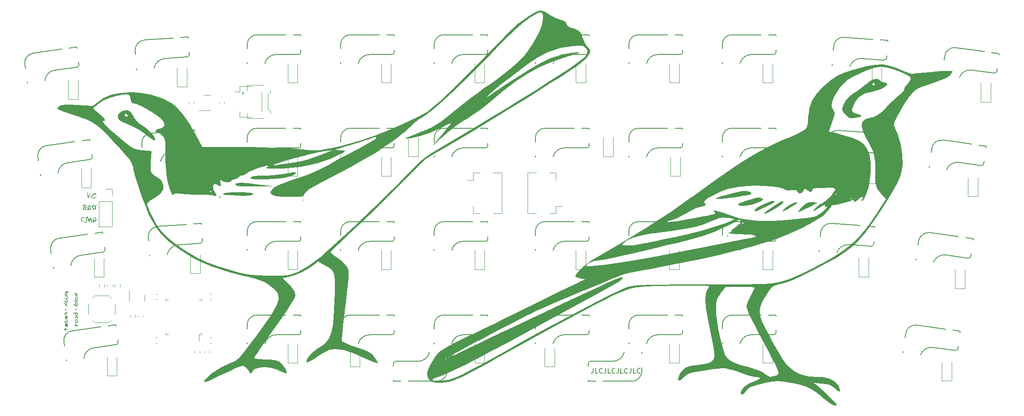
<source format=gbr>
%TF.GenerationSoftware,KiCad,Pcbnew,(7.0.0)*%
%TF.CreationDate,2024-02-16T21:37:32+01:00*%
%TF.ProjectId,tinyv pcb FFC,74696e79-7620-4706-9362-204646432e6b,rev?*%
%TF.SameCoordinates,Original*%
%TF.FileFunction,Legend,Bot*%
%TF.FilePolarity,Positive*%
%FSLAX46Y46*%
G04 Gerber Fmt 4.6, Leading zero omitted, Abs format (unit mm)*
G04 Created by KiCad (PCBNEW (7.0.0)) date 2024-02-16 21:37:32*
%MOMM*%
%LPD*%
G01*
G04 APERTURE LIST*
%ADD10C,0.150000*%
%ADD11C,0.120000*%
G04 APERTURE END LIST*
D10*
X169212201Y-92236130D02*
X169212201Y-92950416D01*
X169212201Y-92950416D02*
X169164582Y-93093273D01*
X169164582Y-93093273D02*
X169069344Y-93188511D01*
X169069344Y-93188511D02*
X168926487Y-93236130D01*
X168926487Y-93236130D02*
X168831249Y-93236130D01*
X170164582Y-93236130D02*
X169688392Y-93236130D01*
X169688392Y-93236130D02*
X169688392Y-92236130D01*
X171069344Y-93140892D02*
X171021725Y-93188511D01*
X171021725Y-93188511D02*
X170878868Y-93236130D01*
X170878868Y-93236130D02*
X170783630Y-93236130D01*
X170783630Y-93236130D02*
X170640773Y-93188511D01*
X170640773Y-93188511D02*
X170545535Y-93093273D01*
X170545535Y-93093273D02*
X170497916Y-92998035D01*
X170497916Y-92998035D02*
X170450297Y-92807559D01*
X170450297Y-92807559D02*
X170450297Y-92664702D01*
X170450297Y-92664702D02*
X170497916Y-92474226D01*
X170497916Y-92474226D02*
X170545535Y-92378988D01*
X170545535Y-92378988D02*
X170640773Y-92283750D01*
X170640773Y-92283750D02*
X170783630Y-92236130D01*
X170783630Y-92236130D02*
X170878868Y-92236130D01*
X170878868Y-92236130D02*
X171021725Y-92283750D01*
X171021725Y-92283750D02*
X171069344Y-92331369D01*
X171783630Y-92236130D02*
X171783630Y-92950416D01*
X171783630Y-92950416D02*
X171736011Y-93093273D01*
X171736011Y-93093273D02*
X171640773Y-93188511D01*
X171640773Y-93188511D02*
X171497916Y-93236130D01*
X171497916Y-93236130D02*
X171402678Y-93236130D01*
X172736011Y-93236130D02*
X172259821Y-93236130D01*
X172259821Y-93236130D02*
X172259821Y-92236130D01*
X173640773Y-93140892D02*
X173593154Y-93188511D01*
X173593154Y-93188511D02*
X173450297Y-93236130D01*
X173450297Y-93236130D02*
X173355059Y-93236130D01*
X173355059Y-93236130D02*
X173212202Y-93188511D01*
X173212202Y-93188511D02*
X173116964Y-93093273D01*
X173116964Y-93093273D02*
X173069345Y-92998035D01*
X173069345Y-92998035D02*
X173021726Y-92807559D01*
X173021726Y-92807559D02*
X173021726Y-92664702D01*
X173021726Y-92664702D02*
X173069345Y-92474226D01*
X173069345Y-92474226D02*
X173116964Y-92378988D01*
X173116964Y-92378988D02*
X173212202Y-92283750D01*
X173212202Y-92283750D02*
X173355059Y-92236130D01*
X173355059Y-92236130D02*
X173450297Y-92236130D01*
X173450297Y-92236130D02*
X173593154Y-92283750D01*
X173593154Y-92283750D02*
X173640773Y-92331369D01*
X174355059Y-92236130D02*
X174355059Y-92950416D01*
X174355059Y-92950416D02*
X174307440Y-93093273D01*
X174307440Y-93093273D02*
X174212202Y-93188511D01*
X174212202Y-93188511D02*
X174069345Y-93236130D01*
X174069345Y-93236130D02*
X173974107Y-93236130D01*
X175307440Y-93236130D02*
X174831250Y-93236130D01*
X174831250Y-93236130D02*
X174831250Y-92236130D01*
X176212202Y-93140892D02*
X176164583Y-93188511D01*
X176164583Y-93188511D02*
X176021726Y-93236130D01*
X176021726Y-93236130D02*
X175926488Y-93236130D01*
X175926488Y-93236130D02*
X175783631Y-93188511D01*
X175783631Y-93188511D02*
X175688393Y-93093273D01*
X175688393Y-93093273D02*
X175640774Y-92998035D01*
X175640774Y-92998035D02*
X175593155Y-92807559D01*
X175593155Y-92807559D02*
X175593155Y-92664702D01*
X175593155Y-92664702D02*
X175640774Y-92474226D01*
X175640774Y-92474226D02*
X175688393Y-92378988D01*
X175688393Y-92378988D02*
X175783631Y-92283750D01*
X175783631Y-92283750D02*
X175926488Y-92236130D01*
X175926488Y-92236130D02*
X176021726Y-92236130D01*
X176021726Y-92236130D02*
X176164583Y-92283750D01*
X176164583Y-92283750D02*
X176212202Y-92331369D01*
X176926488Y-92236130D02*
X176926488Y-92950416D01*
X176926488Y-92950416D02*
X176878869Y-93093273D01*
X176878869Y-93093273D02*
X176783631Y-93188511D01*
X176783631Y-93188511D02*
X176640774Y-93236130D01*
X176640774Y-93236130D02*
X176545536Y-93236130D01*
X177878869Y-93236130D02*
X177402679Y-93236130D01*
X177402679Y-93236130D02*
X177402679Y-92236130D01*
X178783631Y-93140892D02*
X178736012Y-93188511D01*
X178736012Y-93188511D02*
X178593155Y-93236130D01*
X178593155Y-93236130D02*
X178497917Y-93236130D01*
X178497917Y-93236130D02*
X178355060Y-93188511D01*
X178355060Y-93188511D02*
X178259822Y-93093273D01*
X178259822Y-93093273D02*
X178212203Y-92998035D01*
X178212203Y-92998035D02*
X178164584Y-92807559D01*
X178164584Y-92807559D02*
X178164584Y-92664702D01*
X178164584Y-92664702D02*
X178212203Y-92474226D01*
X178212203Y-92474226D02*
X178259822Y-92378988D01*
X178259822Y-92378988D02*
X178355060Y-92283750D01*
X178355060Y-92283750D02*
X178497917Y-92236130D01*
X178497917Y-92236130D02*
X178593155Y-92236130D01*
X178593155Y-92236130D02*
X178736012Y-92283750D01*
X178736012Y-92283750D02*
X178783631Y-92331369D01*
%TO.C,MX4*%
X128689824Y-27286030D02*
X128689824Y-27756030D01*
X128689824Y-24206030D02*
X128689824Y-24436030D01*
X128189824Y-28256030D02*
X123625000Y-28256030D01*
X127139824Y-24206030D02*
X128689824Y-24206030D01*
X119739824Y-24206030D02*
X125639824Y-24206030D01*
X117739824Y-29856030D02*
X117739824Y-30096030D01*
X117739824Y-27006030D02*
X117739824Y-26206030D01*
X128189824Y-28256030D02*
G75*
G03*
X128689824Y-27756030I-1J500001D01*
G01*
X123625000Y-28256030D02*
G75*
G03*
X121330678Y-30096030I-863J-2349335D01*
G01*
X119739824Y-24206030D02*
G75*
G03*
X117739824Y-26206030I5J-2000005D01*
G01*
D11*
%TO.C,D21*%
X67505464Y-73647500D02*
X67505464Y-69787500D01*
X69505464Y-73647500D02*
X67505464Y-73647500D01*
X69505464Y-73647500D02*
X69505464Y-69787500D01*
%TO.C,D34*%
X119650000Y-91903750D02*
X119650000Y-88043750D01*
X121650000Y-91903750D02*
X119650000Y-91903750D01*
X121650000Y-91903750D02*
X121650000Y-88043750D01*
D10*
%TO.C,MX23*%
X109639824Y-65386030D02*
X109639824Y-65856030D01*
X109639824Y-62306030D02*
X109639824Y-62536030D01*
X109139824Y-66356030D02*
X104575000Y-66356030D01*
X108089824Y-62306030D02*
X109639824Y-62306030D01*
X100689824Y-62306030D02*
X106589824Y-62306030D01*
X98689824Y-67956030D02*
X98689824Y-68196030D01*
X98689824Y-65106030D02*
X98689824Y-64306030D01*
X109139824Y-66356030D02*
G75*
G03*
X109639824Y-65856030I-1J500001D01*
G01*
X104575000Y-66356030D02*
G75*
G03*
X102280678Y-68196030I-863J-2349335D01*
G01*
X100689824Y-62306030D02*
G75*
G03*
X98689824Y-64306030I5J-2000005D01*
G01*
D11*
%TO.C,D8*%
X203787500Y-33960000D02*
X203787500Y-30100000D01*
X205787500Y-33960000D02*
X203787500Y-33960000D01*
X205787500Y-33960000D02*
X205787500Y-30100000D01*
D10*
%TO.C,MX12*%
X88202355Y-46743855D02*
X88235140Y-47212710D01*
X87987505Y-43671357D02*
X88003549Y-43900797D01*
X87771237Y-47746370D02*
X83217532Y-48064796D01*
X86441281Y-43779480D02*
X87987505Y-43671357D01*
X79059307Y-44295678D02*
X84944935Y-43884114D01*
X77458303Y-50071428D02*
X77475044Y-50310843D01*
X77259497Y-47228370D02*
X77203692Y-46430319D01*
X87771237Y-47746369D02*
G75*
G03*
X88235139Y-47212710I-34880J498782D01*
G01*
X83217532Y-48064796D02*
G75*
G03*
X81057151Y-50060358I163018J-2343669D01*
G01*
X79059307Y-44295678D02*
G75*
G03*
X77203693Y-46430319I139518J-1995132D01*
G01*
D11*
%TO.C,D33*%
X106950000Y-91110000D02*
X106950000Y-87250000D01*
X108950000Y-91110000D02*
X106950000Y-91110000D01*
X108950000Y-91110000D02*
X108950000Y-87250000D01*
%TO.C,D23*%
X106950000Y-72060000D02*
X106950000Y-68200000D01*
X108950000Y-72060000D02*
X106950000Y-72060000D01*
X108950000Y-72060000D02*
X108950000Y-68200000D01*
D10*
%TO.C,MX34*%
X128689824Y-84436030D02*
X128689824Y-84906030D01*
X128689824Y-81356030D02*
X128689824Y-81586030D01*
X128189824Y-85406030D02*
X123625000Y-85406030D01*
X127139824Y-81356030D02*
X128689824Y-81356030D01*
X119739824Y-81356030D02*
X125639824Y-81356030D01*
X117739824Y-87006030D02*
X117739824Y-87246030D01*
X117739824Y-84156030D02*
X117739824Y-83356030D01*
X128189824Y-85406030D02*
G75*
G03*
X128689824Y-84906030I-1J500001D01*
G01*
X123625000Y-85406030D02*
G75*
G03*
X121330678Y-87246030I-863J-2349335D01*
G01*
X119739824Y-81356030D02*
G75*
G03*
X117739824Y-83356030I5J-2000005D01*
G01*
D11*
%TO.C,D2*%
X84421634Y-34808148D02*
X84421634Y-30948148D01*
X86421634Y-34808148D02*
X84421634Y-34808148D01*
X86421634Y-34808148D02*
X86421634Y-30948148D01*
D10*
%TO.C,MX8*%
X206477324Y-27286030D02*
X206477324Y-27756030D01*
X206477324Y-24206030D02*
X206477324Y-24436030D01*
X205977324Y-28256030D02*
X201412500Y-28256030D01*
X204927324Y-24206030D02*
X206477324Y-24206030D01*
X197527324Y-24206030D02*
X203427324Y-24206030D01*
X195527324Y-29856030D02*
X195527324Y-30096030D01*
X195527324Y-27006030D02*
X195527324Y-26206030D01*
X205977324Y-28256030D02*
G75*
G03*
X206477324Y-27756030I-1J500001D01*
G01*
X201412500Y-28256030D02*
G75*
G03*
X199118178Y-30096030I-863J-2349335D01*
G01*
X197527324Y-24206030D02*
G75*
G03*
X195527324Y-26206030I5J-2000005D01*
G01*
D11*
%TO.C,SW1*%
X71776250Y-81208750D02*
X71776250Y-79128750D01*
X70506250Y-82888750D02*
X70996250Y-82398750D01*
X70506250Y-82888750D02*
X67606250Y-82888750D01*
X70506250Y-77448750D02*
X70996250Y-77938750D01*
X70506250Y-77448750D02*
X67606250Y-77448750D01*
X67606250Y-82888750D02*
X67116250Y-82398750D01*
X67606250Y-77448750D02*
X67116250Y-77938750D01*
X66336250Y-81208750D02*
X66336250Y-79128750D01*
D10*
%TO.C,MX40*%
X243606464Y-87729406D02*
X243541052Y-88194832D01*
X244035117Y-84679380D02*
X244003107Y-84907142D01*
X242976332Y-88620379D02*
X238455932Y-87985079D01*
X242500201Y-84463662D02*
X244035117Y-84679380D01*
X235172218Y-83433781D02*
X241014799Y-84254902D01*
X232405354Y-88750449D02*
X232371952Y-88988114D01*
X232801997Y-85928185D02*
X232913335Y-85135971D01*
X242976332Y-88620378D02*
G75*
G03*
X243541052Y-88194832I69586J495134D01*
G01*
X238455932Y-87985079D02*
G75*
G03*
X235927861Y-89487864I-327818J-2326351D01*
G01*
X235172218Y-83433781D02*
G75*
G03*
X232913336Y-85135971I-278342J-1980542D01*
G01*
D11*
%TO.C,J7*%
X155837500Y-60693750D02*
X155837500Y-52393750D01*
X157577500Y-60693750D02*
X155837500Y-60693750D01*
X161637500Y-60693750D02*
X160297500Y-60693750D01*
X161637500Y-59203750D02*
X161637500Y-60693750D01*
X161637500Y-59203750D02*
X162837500Y-59203750D01*
X161637500Y-53883750D02*
X161637500Y-52393750D01*
X155837500Y-52393750D02*
X157577500Y-52393750D01*
X161637500Y-52393750D02*
X160297500Y-52393750D01*
%TO.C,D28*%
X203787500Y-72060000D02*
X203787500Y-68200000D01*
X205787500Y-72060000D02*
X203787500Y-72060000D01*
X205787500Y-72060000D02*
X205787500Y-68200000D01*
D10*
%TO.C,MX15*%
X147739824Y-46336030D02*
X147739824Y-46806030D01*
X147739824Y-43256030D02*
X147739824Y-43486030D01*
X147239824Y-47306030D02*
X142675000Y-47306030D01*
X146189824Y-43256030D02*
X147739824Y-43256030D01*
X138789824Y-43256030D02*
X144689824Y-43256030D01*
X136789824Y-48906030D02*
X136789824Y-49146030D01*
X136789824Y-46056030D02*
X136789824Y-45256030D01*
X147239824Y-47306030D02*
G75*
G03*
X147739824Y-46806030I-1J500001D01*
G01*
X142675000Y-47306030D02*
G75*
G03*
X140380678Y-49146030I-863J-2349335D01*
G01*
X138789824Y-43256030D02*
G75*
G03*
X136789824Y-45256030I5J-2000005D01*
G01*
%TO.C,MX27*%
X187427324Y-65386030D02*
X187427324Y-65856030D01*
X187427324Y-62306030D02*
X187427324Y-62536030D01*
X186927324Y-66356030D02*
X182362500Y-66356030D01*
X185877324Y-62306030D02*
X187427324Y-62306030D01*
X178477324Y-62306030D02*
X184377324Y-62306030D01*
X176477324Y-67956030D02*
X176477324Y-68196030D01*
X176477324Y-65106030D02*
X176477324Y-64306030D01*
X186927324Y-66356030D02*
G75*
G03*
X187427324Y-65856030I-1J500001D01*
G01*
X182362500Y-66356030D02*
G75*
G03*
X180068178Y-68196030I-863J-2349335D01*
G01*
X178477324Y-62306030D02*
G75*
G03*
X176477324Y-64306030I5J-2000005D01*
G01*
%TO.C,MX1*%
X64351340Y-29782316D02*
X64416751Y-30247742D01*
X63922687Y-26732290D02*
X63954697Y-26960052D01*
X63991204Y-30812462D02*
X59470804Y-31447763D01*
X62387771Y-26948008D02*
X63922687Y-26732290D01*
X55059788Y-27977889D02*
X60902369Y-27156768D01*
X53865579Y-33851250D02*
X53898981Y-34088914D01*
X53468936Y-31028986D02*
X53357598Y-30236772D01*
X63991204Y-30812461D02*
G75*
G03*
X64416750Y-30247742I-69588J495134D01*
G01*
X59470804Y-31447764D02*
G75*
G03*
X57454889Y-33589164I326110J-2326591D01*
G01*
X55059788Y-27977890D02*
G75*
G03*
X53357598Y-30236772I278351J-1980540D01*
G01*
D11*
%TO.C,Q1*%
X77760000Y-77972814D02*
X77760000Y-77322814D01*
X77760000Y-77972814D02*
X77760000Y-78622814D01*
X74640000Y-77972814D02*
X74640000Y-76297814D01*
X74640000Y-77972814D02*
X74640000Y-78622814D01*
%TO.C,G\u002A\u002A\u002A*%
G36*
X110222464Y-57908798D02*
G01*
X110079768Y-58051494D01*
X109937071Y-57908798D01*
X110079768Y-57766101D01*
X110222464Y-57908798D01*
G37*
G36*
X93289131Y-57290446D02*
G01*
X93333780Y-57376287D01*
X93098869Y-57480708D01*
X92947783Y-57460112D01*
X92908607Y-57290446D01*
X92950436Y-57256290D01*
X93289131Y-57290446D01*
G37*
G36*
X98793830Y-54484966D02*
G01*
X100627623Y-54685386D01*
X104086509Y-55118992D01*
X100321892Y-55158277D01*
X98844517Y-55155149D01*
X97580660Y-55110253D01*
X96733470Y-55026979D01*
X96379646Y-54910153D01*
X96335393Y-54660963D01*
X96677318Y-54471188D01*
X97486929Y-54413044D01*
X98793830Y-54484966D01*
G37*
G36*
X98022388Y-56355636D02*
G01*
X98997925Y-56403041D01*
X99687107Y-56486207D01*
X99948307Y-56605572D01*
X99732766Y-56825368D01*
X99163476Y-57006216D01*
X98878292Y-57039945D01*
X97968579Y-57068309D01*
X96951678Y-57027653D01*
X96535559Y-56997405D01*
X95452863Y-56937405D01*
X94580340Y-56912402D01*
X94497357Y-56911282D01*
X93928711Y-56823066D01*
X93812352Y-56624528D01*
X94089251Y-56514876D01*
X94793929Y-56423613D01*
X95778763Y-56366360D01*
X96902125Y-56343555D01*
X98022388Y-56355636D01*
G37*
G36*
X108583930Y-52275313D02*
G01*
X108714344Y-52424921D01*
X108355142Y-52710071D01*
X108098889Y-52826990D01*
X107330889Y-53092262D01*
X106392089Y-53352502D01*
X106009530Y-53431113D01*
X105015304Y-53564083D01*
X103824098Y-53661706D01*
X102563458Y-53721015D01*
X101360932Y-53739040D01*
X100344069Y-53712814D01*
X99640416Y-53639369D01*
X99377521Y-53515736D01*
X99377521Y-53514953D01*
X99550307Y-53230847D01*
X100107714Y-53044741D01*
X101110576Y-52945492D01*
X102619726Y-52921960D01*
X102663876Y-52922147D01*
X104057331Y-52869522D01*
X105486100Y-52725276D01*
X106647558Y-52519636D01*
X107120678Y-52412440D01*
X108030506Y-52268677D01*
X108583930Y-52275313D01*
G37*
G36*
X75401692Y-40642506D02*
G01*
X75548662Y-40865147D01*
X75700502Y-41161391D01*
X76432776Y-42106289D01*
X77549080Y-42903962D01*
X78343798Y-43453212D01*
X79160715Y-44218486D01*
X79746523Y-44985852D01*
X79970779Y-45609573D01*
X79967694Y-45656537D01*
X79745585Y-45768198D01*
X79167640Y-45451310D01*
X78227252Y-44702436D01*
X77722451Y-44307586D01*
X76555433Y-43552121D01*
X75404487Y-42963196D01*
X75070517Y-42821951D01*
X73873365Y-42301195D01*
X73092831Y-41918458D01*
X72635725Y-41614679D01*
X72408853Y-41330795D01*
X72319023Y-41007746D01*
X72368781Y-40642506D01*
X73692127Y-40642506D01*
X73746581Y-40778895D01*
X74137060Y-40927899D01*
X74340912Y-40886831D01*
X74405610Y-40642506D01*
X74347196Y-40564564D01*
X73960677Y-40357112D01*
X73896962Y-40365281D01*
X73692127Y-40642506D01*
X72368781Y-40642506D01*
X72384415Y-40527751D01*
X72944658Y-39925047D01*
X73345430Y-39699380D01*
X74201577Y-39538335D01*
X74927233Y-39923763D01*
X75401692Y-40642506D01*
G37*
G36*
X168570054Y-27455023D02*
G01*
X168593785Y-27719016D01*
X168317997Y-28335779D01*
X168221383Y-28491537D01*
X167654756Y-29132722D01*
X166798536Y-29904858D01*
X165797329Y-30673817D01*
X165383484Y-30959984D01*
X164138905Y-31787913D01*
X162500730Y-32847196D01*
X160536108Y-34096623D01*
X158312186Y-35494981D01*
X155896112Y-37001060D01*
X153355035Y-38573648D01*
X150756102Y-40171532D01*
X148166462Y-41753502D01*
X145653262Y-43278346D01*
X143283650Y-44704852D01*
X141124774Y-45991808D01*
X139243782Y-47098004D01*
X137707822Y-47982227D01*
X136584043Y-48603266D01*
X136019878Y-48932189D01*
X135123044Y-49575164D01*
X134100128Y-50456609D01*
X132873545Y-51644996D01*
X131365713Y-53208798D01*
X130363282Y-54250454D01*
X128911183Y-55719531D01*
X127226574Y-57392882D01*
X125408786Y-59172662D01*
X123557148Y-60961024D01*
X121770989Y-62660126D01*
X121292353Y-63111883D01*
X119781009Y-64545419D01*
X118429147Y-65838242D01*
X117288187Y-66940455D01*
X116409551Y-67802163D01*
X115844660Y-68373469D01*
X115644936Y-68604477D01*
X115649591Y-68624926D01*
X115924272Y-68894528D01*
X116492519Y-69274052D01*
X116726266Y-69422598D01*
X117539610Y-70027592D01*
X118347575Y-70724901D01*
X118675854Y-71045501D01*
X119121445Y-71617712D01*
X119313713Y-72254125D01*
X119355049Y-73206999D01*
X119354734Y-73253909D01*
X119311154Y-74058977D01*
X119202356Y-75302780D01*
X119040297Y-76869102D01*
X118836934Y-78641728D01*
X118604226Y-80504442D01*
X118555225Y-80883903D01*
X118341967Y-82619515D01*
X118170549Y-84154605D01*
X118049986Y-85397942D01*
X117989293Y-86258295D01*
X117997486Y-86644434D01*
X118194495Y-86813118D01*
X118845898Y-87141714D01*
X119832553Y-87543416D01*
X121034465Y-87966010D01*
X122150937Y-88342242D01*
X123133413Y-88722130D01*
X123792184Y-89072151D01*
X124252055Y-89461323D01*
X124637834Y-89958664D01*
X124829579Y-90248403D01*
X125200842Y-90866786D01*
X125348307Y-91207314D01*
X125318946Y-91242738D01*
X124901647Y-91165636D01*
X124001267Y-90824081D01*
X122631746Y-90223711D01*
X120807024Y-89370165D01*
X119957505Y-89005954D01*
X118332386Y-88514353D01*
X116818956Y-88303265D01*
X115589064Y-88404492D01*
X115497191Y-88433932D01*
X114867398Y-88731971D01*
X113969424Y-89242568D01*
X112965824Y-89874623D01*
X112647403Y-90081569D01*
X111776266Y-90608740D01*
X111132816Y-90940234D01*
X110837891Y-91011490D01*
X110777550Y-90701221D01*
X111040122Y-90114259D01*
X111576659Y-89415854D01*
X112286938Y-88732606D01*
X113070731Y-88191112D01*
X113385941Y-88013451D01*
X114581973Y-87152554D01*
X115398047Y-86134635D01*
X115916086Y-84827106D01*
X116218014Y-83097377D01*
X116325793Y-81883573D01*
X116427095Y-80295933D01*
X116509696Y-78548482D01*
X116562233Y-76847520D01*
X116584843Y-75571547D01*
X116572606Y-74221460D01*
X116472958Y-73259057D01*
X116245294Y-72578172D01*
X115849012Y-72072642D01*
X115243509Y-71636300D01*
X114388182Y-71162982D01*
X113163518Y-70513299D01*
X112192430Y-71242608D01*
X111267469Y-71868510D01*
X109804554Y-72669824D01*
X108338986Y-73293269D01*
X107085392Y-73638170D01*
X105898900Y-73827897D01*
X107204502Y-75153431D01*
X107764440Y-75760774D01*
X108333787Y-76589947D01*
X108510105Y-77285499D01*
X108472128Y-77507539D01*
X108216354Y-78109348D01*
X107700271Y-79016666D01*
X106901293Y-80265711D01*
X105796836Y-81892700D01*
X104364314Y-83933853D01*
X103452942Y-85223919D01*
X102401355Y-86728374D01*
X101500282Y-88035377D01*
X100795186Y-89078281D01*
X100331526Y-89790438D01*
X100154764Y-90105202D01*
X100153428Y-90113989D01*
X100374462Y-90296084D01*
X101105122Y-90404688D01*
X102374150Y-90444190D01*
X103394495Y-90475419D01*
X104563921Y-90612723D01*
X105257349Y-90847752D01*
X105549267Y-91101956D01*
X106025524Y-91684256D01*
X106460540Y-92358144D01*
X106745015Y-92947971D01*
X106769652Y-93278090D01*
X106593461Y-93265939D01*
X106025281Y-93066243D01*
X105225478Y-92708207D01*
X104767837Y-92509527D01*
X103481688Y-92147432D01*
X102196477Y-92020087D01*
X101044790Y-92120969D01*
X100159211Y-92443557D01*
X99672325Y-92981331D01*
X99634071Y-93080483D01*
X99470057Y-93359202D01*
X99268060Y-93234650D01*
X98911676Y-92657231D01*
X98388252Y-91999167D01*
X97776398Y-91729703D01*
X97729201Y-91733270D01*
X97183009Y-91895411D01*
X96265656Y-92263401D01*
X95092998Y-92788204D01*
X93780892Y-93420783D01*
X93377818Y-93621227D01*
X91846749Y-94363824D01*
X90774677Y-94841272D01*
X90128064Y-95061990D01*
X89873371Y-95034396D01*
X89977058Y-94766907D01*
X90405587Y-94267941D01*
X91525210Y-93242043D01*
X93316213Y-92031094D01*
X95167429Y-91203934D01*
X95168942Y-91203444D01*
X95772914Y-90983506D01*
X96286892Y-90708873D01*
X96796787Y-90298726D01*
X97388512Y-89672244D01*
X98147980Y-88748609D01*
X99161103Y-87447000D01*
X100379262Y-85851081D01*
X101921032Y-83771293D01*
X103126623Y-82053606D01*
X104020945Y-80658341D01*
X104628907Y-79545824D01*
X104975418Y-78676376D01*
X105085386Y-78010320D01*
X105075796Y-77688191D01*
X104939216Y-77008514D01*
X104570002Y-76409400D01*
X103878446Y-75773296D01*
X102774838Y-74982652D01*
X102172331Y-74626198D01*
X100811513Y-74084120D01*
X99011726Y-73648709D01*
X97726094Y-73371910D01*
X95510532Y-72787842D01*
X93235412Y-72076855D01*
X91056616Y-71292674D01*
X89130023Y-70489024D01*
X87611515Y-69719627D01*
X87213263Y-69485998D01*
X84781429Y-67945714D01*
X82820792Y-66465412D01*
X81259084Y-64977524D01*
X80024038Y-63414484D01*
X79043386Y-61708724D01*
X78659756Y-60878615D01*
X78011948Y-59326590D01*
X77348945Y-57589097D01*
X76719990Y-55807618D01*
X76174327Y-54123636D01*
X75761202Y-52678632D01*
X75529858Y-51614089D01*
X75498928Y-51424205D01*
X75347293Y-50823984D01*
X75074528Y-50237903D01*
X74611295Y-49560258D01*
X73888259Y-48685346D01*
X72836083Y-47507465D01*
X72748078Y-47410633D01*
X71213777Y-45739269D01*
X69960465Y-44431282D01*
X68899874Y-43422000D01*
X67943737Y-42646751D01*
X67003788Y-42040865D01*
X65991757Y-41539669D01*
X64819380Y-41078492D01*
X63398388Y-40592662D01*
X62870128Y-40418141D01*
X61549298Y-39974754D01*
X60678466Y-39657081D01*
X60187487Y-39426034D01*
X60006215Y-39242526D01*
X60018442Y-39205806D01*
X67303999Y-39205806D01*
X68708135Y-40494942D01*
X69015363Y-40781298D01*
X69590475Y-41374084D01*
X69762038Y-41690501D01*
X69565658Y-41784079D01*
X69492849Y-41785174D01*
X69257275Y-41858526D01*
X69367536Y-42120493D01*
X69857272Y-42673701D01*
X70219178Y-43033242D01*
X71019090Y-43772586D01*
X72030135Y-44668261D01*
X73117153Y-45598982D01*
X73797108Y-46167840D01*
X74678101Y-46872395D01*
X75342429Y-47316283D01*
X75926354Y-47568845D01*
X76566140Y-47699416D01*
X77398052Y-47777337D01*
X79257296Y-47920034D01*
X79167442Y-48776214D01*
X79141290Y-49059204D01*
X79075563Y-50008872D01*
X79024746Y-51048034D01*
X79011524Y-51704988D01*
X79103556Y-52293212D01*
X79428378Y-52685126D01*
X80100454Y-53098964D01*
X80106408Y-53102320D01*
X81141647Y-53903005D01*
X81626092Y-54791456D01*
X81563018Y-55718586D01*
X80955699Y-56635309D01*
X79807409Y-57492536D01*
X79088960Y-57946541D01*
X78488919Y-58425260D01*
X78258419Y-58752876D01*
X78288169Y-58895633D01*
X78516085Y-59500161D01*
X78919748Y-60409769D01*
X79440489Y-61488677D01*
X80169590Y-62813856D01*
X81105955Y-64143372D01*
X82242787Y-65358078D01*
X83688111Y-66571268D01*
X85549949Y-67896236D01*
X86929674Y-68786431D01*
X88699973Y-69786034D01*
X90541330Y-70639189D01*
X92618596Y-71420276D01*
X95096622Y-72203675D01*
X95689818Y-72377792D01*
X97134418Y-72775203D01*
X98335977Y-73039570D01*
X99497938Y-73202273D01*
X100823746Y-73294693D01*
X102516846Y-73348211D01*
X102727316Y-73352602D01*
X104249966Y-73360195D01*
X105640517Y-73328471D01*
X106752900Y-73262763D01*
X107441044Y-73168406D01*
X109029826Y-72607912D01*
X111142209Y-71433354D01*
X113417875Y-69729783D01*
X113678214Y-69510259D01*
X114967954Y-68383894D01*
X116562712Y-66944260D01*
X118384714Y-65265360D01*
X120356188Y-63421195D01*
X122399363Y-61485767D01*
X124436465Y-59533079D01*
X126389724Y-57637132D01*
X128181366Y-55871928D01*
X129733620Y-54311470D01*
X130968714Y-53029758D01*
X131599530Y-52364500D01*
X133040917Y-50906429D01*
X134252573Y-49792182D01*
X135321811Y-48944594D01*
X136335947Y-48286500D01*
X138223920Y-47187290D01*
X141632086Y-45182887D01*
X145047747Y-43150046D01*
X148414963Y-41123314D01*
X151677791Y-39137241D01*
X154780292Y-37226376D01*
X157666524Y-35425268D01*
X160280546Y-33768466D01*
X162566417Y-32290518D01*
X164468196Y-31025974D01*
X165929943Y-30009382D01*
X166608848Y-29502490D01*
X167525966Y-28694528D01*
X167985996Y-28034087D01*
X168026135Y-27455023D01*
X167683581Y-26891194D01*
X167642874Y-26846750D01*
X167308224Y-26566349D01*
X166872370Y-26430154D01*
X166180383Y-26414706D01*
X165077333Y-26496544D01*
X162681309Y-26864583D01*
X160064453Y-27676101D01*
X157816596Y-28865208D01*
X157162999Y-29315107D01*
X155953996Y-30181160D01*
X154580403Y-31195028D01*
X153131719Y-32287691D01*
X151697442Y-33390127D01*
X150367071Y-34433316D01*
X149230104Y-35348238D01*
X148376039Y-36065870D01*
X147894374Y-36517193D01*
X147658450Y-36795360D01*
X147631060Y-36912573D01*
X147984044Y-36702735D01*
X148750554Y-36151694D01*
X148933890Y-36017969D01*
X150042726Y-35248269D01*
X151440192Y-34324020D01*
X153017344Y-33312732D01*
X154665237Y-32281917D01*
X156274927Y-31299085D01*
X157737471Y-30431747D01*
X158943925Y-29747416D01*
X159785344Y-29313600D01*
X160528248Y-29010941D01*
X161941383Y-28557191D01*
X163469431Y-28174031D01*
X164899037Y-27912478D01*
X166016846Y-27823547D01*
X166216095Y-27829824D01*
X166450286Y-27881612D01*
X166206644Y-28006294D01*
X165446060Y-28231846D01*
X163463256Y-28815137D01*
X160713682Y-29777972D01*
X158183644Y-30888594D01*
X155762052Y-32209741D01*
X153337819Y-33804152D01*
X150799855Y-35734565D01*
X148037071Y-38063719D01*
X147549675Y-38473021D01*
X146233228Y-39481287D01*
X144759661Y-40512720D01*
X143365836Y-41398235D01*
X142918927Y-41672807D01*
X141351469Y-42744638D01*
X139747535Y-43975521D01*
X138371454Y-45166042D01*
X138009587Y-45505305D01*
X137153093Y-46293756D01*
X136673615Y-46702080D01*
X136573094Y-46722338D01*
X136853469Y-46346591D01*
X137516681Y-45566902D01*
X138564668Y-44375332D01*
X138857386Y-44041437D01*
X139538029Y-43232517D01*
X140011323Y-42621617D01*
X140188756Y-42320710D01*
X140170697Y-42300745D01*
X139830271Y-42395806D01*
X139147342Y-42714338D01*
X138238585Y-43203522D01*
X137497137Y-43588368D01*
X135685672Y-44335513D01*
X133792456Y-44901402D01*
X133457757Y-44980303D01*
X132063956Y-45289368D01*
X131216483Y-45436047D01*
X130914302Y-45419306D01*
X131156376Y-45238107D01*
X131941668Y-44891414D01*
X133269141Y-44378190D01*
X134010108Y-44098029D01*
X135114009Y-43653250D01*
X136074066Y-43207380D01*
X136987252Y-42699601D01*
X137950540Y-42069093D01*
X139060905Y-41255040D01*
X140415318Y-40196621D01*
X142110753Y-38833019D01*
X142664820Y-38388178D01*
X144152247Y-37223172D01*
X145641201Y-36092844D01*
X146985028Y-35107460D01*
X148037071Y-34377281D01*
X149144333Y-33616542D01*
X150683255Y-32475895D01*
X152180172Y-31283125D01*
X153526008Y-30129135D01*
X154611687Y-29104824D01*
X155328135Y-28301094D01*
X155950707Y-27454094D01*
X156847148Y-26146210D01*
X157558797Y-24949499D01*
X158211413Y-23661607D01*
X158391864Y-23256402D01*
X158798877Y-22060021D01*
X159002293Y-20972578D01*
X158984801Y-20127891D01*
X158729090Y-19659780D01*
X158711166Y-19649818D01*
X158208572Y-19687147D01*
X157382908Y-20082211D01*
X156302239Y-20783807D01*
X155034630Y-21740731D01*
X153648148Y-22901781D01*
X152210858Y-24215753D01*
X150790825Y-25631444D01*
X148326777Y-28184921D01*
X145336786Y-31226141D01*
X142644524Y-33894802D01*
X140261524Y-36180127D01*
X138199319Y-38071338D01*
X136469442Y-39557659D01*
X135083425Y-40628313D01*
X134052801Y-41272523D01*
X133840317Y-41387295D01*
X132943536Y-42007147D01*
X132242755Y-42679016D01*
X131795853Y-43151888D01*
X130861754Y-43978136D01*
X129633564Y-44960533D01*
X128219419Y-46016342D01*
X126727454Y-47062824D01*
X125265808Y-48017241D01*
X124730577Y-48344352D01*
X123385006Y-49134718D01*
X121716480Y-50086411D01*
X119845581Y-51132804D01*
X117892891Y-52207270D01*
X115978992Y-53243182D01*
X114224466Y-54173913D01*
X112749895Y-54932837D01*
X112660426Y-54978008D01*
X111419964Y-55664127D01*
X110669845Y-56224055D01*
X110357707Y-56696393D01*
X110319390Y-56835293D01*
X110190821Y-57072123D01*
X109917890Y-57215656D01*
X109394040Y-57285456D01*
X108512714Y-57301084D01*
X107167357Y-57282103D01*
X105849083Y-57240832D01*
X104764967Y-57151820D01*
X104080234Y-57006390D01*
X103703128Y-56791548D01*
X103495650Y-56553242D01*
X103460426Y-56220857D01*
X103820192Y-55744479D01*
X103853941Y-55707162D01*
X104112969Y-55443072D01*
X104412972Y-55213223D01*
X104837320Y-54981684D01*
X105469388Y-54712520D01*
X106392547Y-54369799D01*
X107690170Y-53917587D01*
X109445629Y-53319952D01*
X109466487Y-53312872D01*
X111016317Y-52748035D01*
X112546386Y-52124161D01*
X113881336Y-51516564D01*
X114845807Y-51000563D01*
X115197781Y-50789135D01*
X116265952Y-50179310D01*
X117639581Y-49423287D01*
X119179245Y-48597239D01*
X120745521Y-47777337D01*
X121131711Y-47576806D01*
X122681486Y-46743516D01*
X123863391Y-46059606D01*
X124654359Y-45544114D01*
X125031326Y-45216080D01*
X124971223Y-45094541D01*
X124450986Y-45198536D01*
X123447549Y-45547104D01*
X123006669Y-45707277D01*
X121791592Y-46110150D01*
X120356744Y-46550358D01*
X118926959Y-46957742D01*
X118327242Y-47121192D01*
X117291465Y-47411804D01*
X116737972Y-47593664D01*
X116618215Y-47693640D01*
X116883648Y-47738602D01*
X117485723Y-47755419D01*
X118112955Y-47783500D01*
X118151643Y-47792171D01*
X118544603Y-47880243D01*
X118551570Y-48070615D01*
X118106552Y-48381673D01*
X117182243Y-48840475D01*
X115751338Y-49474079D01*
X113098673Y-50427993D01*
X109631561Y-51197312D01*
X106084262Y-51495381D01*
X104700194Y-51512402D01*
X103613410Y-51513988D01*
X102955396Y-51490465D01*
X102650978Y-51435114D01*
X102624984Y-51341218D01*
X102802240Y-51202056D01*
X103043862Y-50979536D01*
X102789782Y-50944278D01*
X102048423Y-51103195D01*
X100843767Y-51453211D01*
X100028091Y-51740550D01*
X99169735Y-52123200D01*
X98657505Y-52452088D01*
X98289813Y-52722090D01*
X97679721Y-52914416D01*
X97361168Y-52976679D01*
X96808981Y-53342506D01*
X96548426Y-53563315D01*
X95917857Y-53770596D01*
X95619438Y-53819279D01*
X95382015Y-54055989D01*
X95341847Y-54171764D01*
X94953245Y-54324302D01*
X94317831Y-54280133D01*
X93641701Y-54041028D01*
X93345085Y-53901305D01*
X93178507Y-53980922D01*
X93271024Y-54499844D01*
X93360366Y-54916007D01*
X93279503Y-55114682D01*
X92870889Y-54942895D01*
X92458957Y-54749758D01*
X92036791Y-54626775D01*
X91831967Y-54769826D01*
X91753473Y-55254378D01*
X91867463Y-55872724D01*
X92044936Y-56196438D01*
X92158783Y-56404098D01*
X92185096Y-56433767D01*
X92449926Y-56904018D01*
X92351539Y-57154146D01*
X91939135Y-57041394D01*
X91876163Y-57014637D01*
X91324236Y-56927959D01*
X90405087Y-56876542D01*
X89280260Y-56870754D01*
X89228507Y-56871592D01*
X87848843Y-56857259D01*
X86448107Y-56786114D01*
X85321903Y-56672931D01*
X84766381Y-56597589D01*
X84076055Y-56550140D01*
X83748993Y-56640907D01*
X83656844Y-56886342D01*
X83612521Y-56968087D01*
X83401594Y-56743609D01*
X83111889Y-56196438D01*
X91101116Y-56196438D01*
X91243813Y-56339135D01*
X91386509Y-56196438D01*
X91243813Y-56053742D01*
X91101116Y-56196438D01*
X83111889Y-56196438D01*
X83080607Y-56137356D01*
X82859547Y-55572799D01*
X82469549Y-54054780D01*
X82187818Y-52190573D01*
X82083381Y-50794288D01*
X103997362Y-50794288D01*
X104235947Y-50822174D01*
X104937493Y-50751992D01*
X106084262Y-50593898D01*
X107826268Y-50325323D01*
X109426578Y-50029283D01*
X110789017Y-49702247D01*
X112089637Y-49301258D01*
X113504487Y-48783360D01*
X116073026Y-47792171D01*
X114387043Y-47972030D01*
X113894760Y-48046012D01*
X112764954Y-48277078D01*
X111310364Y-48620825D01*
X109665706Y-49044844D01*
X107965695Y-49516730D01*
X106236757Y-50020665D01*
X104980029Y-50403689D01*
X104239477Y-50658178D01*
X103997362Y-50794288D01*
X82083381Y-50794288D01*
X82033539Y-50127927D01*
X82025895Y-48014589D01*
X82050121Y-47180892D01*
X82042076Y-46247540D01*
X81953047Y-45639678D01*
X81754861Y-45208178D01*
X81419346Y-44803915D01*
X81350961Y-44732968D01*
X80785441Y-44260512D01*
X80349121Y-44067225D01*
X80076888Y-44029395D01*
X79968886Y-43833291D01*
X80251485Y-43568912D01*
X80846243Y-43349506D01*
X81298708Y-43215114D01*
X81810912Y-42814165D01*
X81784327Y-42233014D01*
X81220772Y-41462505D01*
X81138650Y-41380480D01*
X80411929Y-40792054D01*
X79408385Y-40117811D01*
X78275764Y-39441980D01*
X77161810Y-38848788D01*
X76214269Y-38422465D01*
X75580885Y-38247239D01*
X75415069Y-38227563D01*
X75046214Y-37965562D01*
X74886967Y-37289135D01*
X74790346Y-36718765D01*
X74504548Y-36421853D01*
X73846804Y-36361607D01*
X73311518Y-36397795D01*
X71990874Y-36670345D01*
X70562769Y-37142329D01*
X69252725Y-37732682D01*
X68286265Y-38360340D01*
X67303999Y-39205806D01*
X60018442Y-39205806D01*
X60064505Y-39067468D01*
X60292211Y-38861772D01*
X60603766Y-38657034D01*
X61037400Y-38518755D01*
X61684138Y-38459368D01*
X62662522Y-38468729D01*
X64091090Y-38536693D01*
X67270779Y-38713003D01*
X68358840Y-37839710D01*
X69411358Y-37119311D01*
X70985223Y-36443209D01*
X72849955Y-36069839D01*
X75119094Y-35967759D01*
X76528623Y-36040318D01*
X79056866Y-36459499D01*
X81399568Y-37210420D01*
X83390600Y-38247297D01*
X84213369Y-38900654D01*
X85508496Y-40316412D01*
X86850447Y-42217645D01*
X88204639Y-44559011D01*
X89531453Y-47063854D01*
X97522464Y-47124475D01*
X99535358Y-47147822D01*
X101790774Y-47191677D01*
X103926570Y-47250614D01*
X105829955Y-47320962D01*
X107388136Y-47399053D01*
X108488323Y-47481216D01*
X109272782Y-47554746D01*
X110708032Y-47669003D01*
X111990088Y-47747552D01*
X112911918Y-47776569D01*
X113438674Y-47745004D01*
X114673861Y-47565995D01*
X116240214Y-47256081D01*
X118006279Y-46846524D01*
X119840603Y-46368587D01*
X121611731Y-45853534D01*
X123188210Y-45332626D01*
X123561339Y-45197156D01*
X125067495Y-44620861D01*
X126766366Y-43934552D01*
X128554494Y-43183669D01*
X130328418Y-42413655D01*
X131984677Y-41669953D01*
X133419810Y-40998003D01*
X134530357Y-40443250D01*
X135212858Y-40051134D01*
X135452826Y-39880849D01*
X136528346Y-39018758D01*
X137946228Y-37765061D01*
X139677772Y-36146969D01*
X141694282Y-34191698D01*
X143967060Y-31926461D01*
X146467408Y-29378472D01*
X147114307Y-28713269D01*
X148540042Y-27250541D01*
X149891159Y-25868611D01*
X151087007Y-24649753D01*
X152046937Y-23676242D01*
X152690297Y-23030351D01*
X152756381Y-22965479D01*
X153668331Y-22163290D01*
X154762166Y-21325716D01*
X155914368Y-20533578D01*
X157001420Y-19867700D01*
X157899803Y-19408904D01*
X158485999Y-19238011D01*
X158771706Y-19310822D01*
X159451988Y-19625281D01*
X160278306Y-20103887D01*
X160818837Y-20418639D01*
X161836252Y-20902381D01*
X162688675Y-21185734D01*
X162940836Y-21244474D01*
X163581368Y-21541484D01*
X163824836Y-22031747D01*
X164013800Y-22468765D01*
X164681016Y-22824707D01*
X165442283Y-23012025D01*
X166242275Y-23360778D01*
X166720002Y-23889267D01*
X167026049Y-24719144D01*
X167095988Y-24951711D01*
X167528258Y-25924752D01*
X168062819Y-26698357D01*
X168161999Y-26803843D01*
X168556190Y-27300801D01*
X168570054Y-27455023D01*
G37*
D10*
%TO.C,MX17*%
X187427324Y-46336030D02*
X187427324Y-46806030D01*
X187427324Y-43256030D02*
X187427324Y-43486030D01*
X186927324Y-47306030D02*
X182362500Y-47306030D01*
X185877324Y-43256030D02*
X187427324Y-43256030D01*
X178477324Y-43256030D02*
X184377324Y-43256030D01*
X176477324Y-48906030D02*
X176477324Y-49146030D01*
X176477324Y-46056030D02*
X176477324Y-45256030D01*
X186927324Y-47306030D02*
G75*
G03*
X187427324Y-46806030I-1J500001D01*
G01*
X182362500Y-47306030D02*
G75*
G03*
X180068178Y-49146030I-863J-2349335D01*
G01*
X178477324Y-43256030D02*
G75*
G03*
X176477324Y-45256030I5J-2000005D01*
G01*
D11*
%TO.C,J3*%
X71141964Y-63355000D02*
X68481964Y-63355000D01*
X71141964Y-58215000D02*
X71141964Y-63355000D01*
X71141964Y-58215000D02*
X68481964Y-58215000D01*
X71141964Y-56945000D02*
X71141964Y-55615000D01*
X71141964Y-55615000D02*
X69811964Y-55615000D01*
X68481964Y-58215000D02*
X68481964Y-63355000D01*
D10*
%TO.C,MX14*%
X128689824Y-46336030D02*
X128689824Y-46806030D01*
X128689824Y-43256030D02*
X128689824Y-43486030D01*
X128189824Y-47306030D02*
X123625000Y-47306030D01*
X127139824Y-43256030D02*
X128689824Y-43256030D01*
X119739824Y-43256030D02*
X125639824Y-43256030D01*
X117739824Y-48906030D02*
X117739824Y-49146030D01*
X117739824Y-46056030D02*
X117739824Y-45256030D01*
X128189824Y-47306030D02*
G75*
G03*
X128689824Y-46806030I-1J500001D01*
G01*
X123625000Y-47306030D02*
G75*
G03*
X121330678Y-49146030I-863J-2349335D01*
G01*
X119739824Y-43256030D02*
G75*
G03*
X117739824Y-45256030I5J-2000005D01*
G01*
%TO.C,MX22*%
X89553121Y-65762149D02*
X89585906Y-66231004D01*
X89338271Y-62689651D02*
X89354315Y-62919091D01*
X89122003Y-66764664D02*
X84568298Y-67083090D01*
X87792047Y-62797774D02*
X89338271Y-62689651D01*
X80410073Y-63313972D02*
X86295701Y-62902408D01*
X78809069Y-69089722D02*
X78825810Y-69329137D01*
X78610263Y-66246664D02*
X78554458Y-65448613D01*
X89122003Y-66764663D02*
G75*
G03*
X89585905Y-66231004I-34880J498782D01*
G01*
X84568298Y-67083090D02*
G75*
G03*
X82407917Y-69078652I163018J-2343669D01*
G01*
X80410073Y-63313972D02*
G75*
G03*
X78554459Y-65448613I139518J-1995132D01*
G01*
D11*
%TO.C,C4*%
X91140670Y-86008750D02*
X91421830Y-86008750D01*
X91140670Y-87028750D02*
X91421830Y-87028750D01*
D10*
%TO.C,MX3*%
X109639824Y-27286030D02*
X109639824Y-27756030D01*
X109639824Y-24206030D02*
X109639824Y-24436030D01*
X109139824Y-28256030D02*
X104575000Y-28256030D01*
X108089824Y-24206030D02*
X109639824Y-24206030D01*
X100689824Y-24206030D02*
X106589824Y-24206030D01*
X98689824Y-29856030D02*
X98689824Y-30096030D01*
X98689824Y-27006030D02*
X98689824Y-26206030D01*
X109139824Y-28256030D02*
G75*
G03*
X109639824Y-27756030I-1J500001D01*
G01*
X104575000Y-28256030D02*
G75*
G03*
X102280678Y-30096030I-863J-2349335D01*
G01*
X100689824Y-24206030D02*
G75*
G03*
X98689824Y-26206030I5J-2000005D01*
G01*
D11*
%TO.C,C11*%
X90997500Y-88759420D02*
X90997500Y-89040580D01*
X89977500Y-88759420D02*
X89977500Y-89040580D01*
%TO.C,D10*%
X248237500Y-37928750D02*
X248237500Y-34068750D01*
X250237500Y-37928750D02*
X248237500Y-37928750D01*
X250237500Y-37928750D02*
X250237500Y-34068750D01*
%TO.C,D6*%
X165687500Y-33960000D02*
X165687500Y-30100000D01*
X167687500Y-33960000D02*
X165687500Y-33960000D01*
X167687500Y-33960000D02*
X167687500Y-30100000D01*
D10*
%TO.C,MX28*%
X206477324Y-65386030D02*
X206477324Y-65856030D01*
X206477324Y-62306030D02*
X206477324Y-62536030D01*
X205977324Y-66356030D02*
X201412500Y-66356030D01*
X204927324Y-62306030D02*
X206477324Y-62306030D01*
X197527324Y-62306030D02*
X203427324Y-62306030D01*
X195527324Y-67956030D02*
X195527324Y-68196030D01*
X195527324Y-65106030D02*
X195527324Y-64306030D01*
X205977324Y-66356030D02*
G75*
G03*
X206477324Y-65856030I-1J500001D01*
G01*
X201412500Y-66356030D02*
G75*
G03*
X199118178Y-68196030I-863J-2349335D01*
G01*
X197527324Y-62306030D02*
G75*
G03*
X195527324Y-64306030I5J-2000005D01*
G01*
D11*
%TO.C,D20*%
X245617400Y-57201910D02*
X245617400Y-53341910D01*
X247617400Y-57201910D02*
X245617400Y-57201910D01*
X247617400Y-57201910D02*
X247617400Y-53341910D01*
%TO.C,D1*%
X62235561Y-37369733D02*
X62235561Y-33509733D01*
X64235561Y-37369733D02*
X62235561Y-37369733D01*
X64235561Y-37369733D02*
X64235561Y-33509733D01*
D10*
%TO.C,MX39*%
X168172676Y-91776470D02*
X168172676Y-91306470D01*
X168172676Y-94856470D02*
X168172676Y-94626470D01*
X168672676Y-90806470D02*
X173237500Y-90806470D01*
X169722676Y-94856470D02*
X168172676Y-94856470D01*
X177122676Y-94856470D02*
X171222676Y-94856470D01*
X179122676Y-89206470D02*
X179122676Y-88966470D01*
X179122676Y-92056470D02*
X179122676Y-92856470D01*
X168672676Y-90806470D02*
G75*
G03*
X168172676Y-91306470I1J-500001D01*
G01*
X173237500Y-90806470D02*
G75*
G03*
X175531822Y-88966470I863J2349335D01*
G01*
X177122676Y-94856470D02*
G75*
G03*
X179122676Y-92856470I-5J2000005D01*
G01*
D11*
%TO.C,D30*%
X242980283Y-75935302D02*
X242980283Y-72075302D01*
X244980283Y-75935302D02*
X242980283Y-75935302D01*
X244980283Y-75935302D02*
X244980283Y-72075302D01*
%TO.C,D12*%
X85706202Y-53728434D02*
X85706202Y-49868434D01*
X87706202Y-53728434D02*
X85706202Y-53728434D01*
X87706202Y-53728434D02*
X87706202Y-49868434D01*
%TO.C,D4*%
X126000000Y-33960000D02*
X126000000Y-30100000D01*
X128000000Y-33960000D02*
X126000000Y-33960000D01*
X128000000Y-33960000D02*
X128000000Y-30100000D01*
D10*
%TO.C,MX30*%
X246245696Y-68866302D02*
X246180284Y-69331728D01*
X246674349Y-65816276D02*
X246642339Y-66044038D01*
X245615564Y-69757275D02*
X241095164Y-69121975D01*
X245139433Y-65600558D02*
X246674349Y-65816276D01*
X237811450Y-64570677D02*
X243654031Y-65391798D01*
X235044586Y-69887345D02*
X235011184Y-70125010D01*
X235441229Y-67065081D02*
X235552567Y-66272867D01*
X245615564Y-69757274D02*
G75*
G03*
X246180284Y-69331728I69586J495134D01*
G01*
X241095164Y-69121975D02*
G75*
G03*
X238567093Y-70624760I-327818J-2326351D01*
G01*
X237811450Y-64570677D02*
G75*
G03*
X235552568Y-66272867I-278342J-1980542D01*
G01*
D11*
%TO.C,D22*%
X87106250Y-72853750D02*
X87106250Y-68993750D01*
X89106250Y-72853750D02*
X87106250Y-72853750D01*
X89106250Y-72853750D02*
X89106250Y-68993750D01*
%TO.C,D16*%
X171243750Y-49041250D02*
X171243750Y-45181250D01*
X173243750Y-49041250D02*
X171243750Y-49041250D01*
X173243750Y-49041250D02*
X173243750Y-45181250D01*
%TO.C,D37*%
X184737500Y-91110000D02*
X184737500Y-87250000D01*
X186737500Y-91110000D02*
X184737500Y-91110000D01*
X186737500Y-91110000D02*
X186737500Y-87250000D01*
D10*
%TO.C,MX29*%
X226410612Y-66415935D02*
X226377827Y-66884791D01*
X226625462Y-63343438D02*
X226609418Y-63572878D01*
X225844166Y-67348694D02*
X221290462Y-67030268D01*
X225079238Y-63235316D02*
X226625462Y-63343438D01*
X217697264Y-62719118D02*
X223582892Y-63130681D01*
X215308012Y-68215842D02*
X215291270Y-68455257D01*
X215506818Y-65372784D02*
X215562623Y-64574733D01*
X225844166Y-67348694D02*
G75*
G03*
X226377827Y-66884791I34878J498783D01*
G01*
X221290462Y-67030269D02*
G75*
G03*
X218873378Y-68705742I-164745J-2343548D01*
G01*
X217697264Y-62719118D02*
G75*
G03*
X215562623Y-64574733I-139508J-1995133D01*
G01*
D11*
%TO.C,C8*%
X76404812Y-81735460D02*
X76404812Y-81454300D01*
X77424812Y-81735460D02*
X77424812Y-81454300D01*
%TO.C,G\u002A\u002A\u002A*%
G36*
X196772969Y-65269566D02*
G01*
X196752825Y-65417332D01*
X196586888Y-65455647D01*
X196553483Y-65414737D01*
X196586888Y-65083486D01*
X196670843Y-65039818D01*
X196772969Y-65269566D01*
G37*
G36*
X215055386Y-58431526D02*
G01*
X213101540Y-59450035D01*
X212851381Y-59578921D01*
X211961919Y-60010423D01*
X211309970Y-60284881D01*
X211022090Y-60347664D01*
X211043505Y-60237423D01*
X211343191Y-59824402D01*
X211883670Y-59239598D01*
X211982540Y-59141570D01*
X212639571Y-58580405D01*
X213221310Y-58347737D01*
X213963120Y-58341970D01*
X215055386Y-58431526D01*
G37*
G36*
X207915876Y-58507438D02*
G01*
X207360976Y-58981684D01*
X206353831Y-59627849D01*
X206180255Y-59730019D01*
X204993007Y-60392574D01*
X204259548Y-60734624D01*
X203987603Y-60767678D01*
X204184901Y-60503244D01*
X204859170Y-59952829D01*
X206018137Y-59127941D01*
X206858692Y-58593463D01*
X207608650Y-58234506D01*
X207990673Y-58232765D01*
X207915876Y-58507438D01*
G37*
G36*
X210772205Y-58469666D02*
G01*
X210434236Y-58803327D01*
X209611992Y-59326265D01*
X208847453Y-59768416D01*
X208290297Y-60079941D01*
X208023718Y-60194327D01*
X207941595Y-60154494D01*
X207937804Y-60003361D01*
X207940902Y-59976028D01*
X208213916Y-59631925D01*
X208802585Y-59189318D01*
X209528459Y-58755989D01*
X210213087Y-58439721D01*
X210678015Y-58348298D01*
X210772205Y-58469666D01*
G37*
G36*
X206254538Y-58166557D02*
G01*
X206135390Y-58363112D01*
X205598824Y-58700444D01*
X204596228Y-59216299D01*
X203701513Y-59652324D01*
X202862415Y-60033876D01*
X202368753Y-60202050D01*
X202135159Y-60183569D01*
X202076266Y-60005158D01*
X202083592Y-59967927D01*
X202394232Y-59656626D01*
X203050867Y-59244863D01*
X203899545Y-58807030D01*
X204786315Y-58417515D01*
X205557225Y-58150710D01*
X206058324Y-58081004D01*
X206254538Y-58166557D01*
G37*
G36*
X203593677Y-57550796D02*
G01*
X203805422Y-57794770D01*
X203470523Y-58121838D01*
X202591178Y-58526748D01*
X202501211Y-58560547D01*
X201518449Y-58852548D01*
X200508620Y-59042365D01*
X199612733Y-59117382D01*
X198971796Y-59064981D01*
X198726815Y-58872543D01*
X198754024Y-58814075D01*
X199141221Y-58564645D01*
X199866547Y-58253021D01*
X200775204Y-57931093D01*
X201712395Y-57650747D01*
X202523322Y-57463871D01*
X203053189Y-57422353D01*
X203593677Y-57550796D01*
G37*
G36*
X200890002Y-56144748D02*
G01*
X201308405Y-56368561D01*
X201465830Y-56625066D01*
X201099499Y-56830702D01*
X200192200Y-57006729D01*
X199925196Y-57045659D01*
X198725994Y-57235140D01*
X197610331Y-57429353D01*
X197408581Y-57464519D01*
X196228347Y-57611954D01*
X195098244Y-57680674D01*
X194780656Y-57683773D01*
X194240484Y-57665453D01*
X194179570Y-57585736D01*
X194540002Y-57417298D01*
X194729973Y-57348422D01*
X195489227Y-57113362D01*
X196551766Y-56814382D01*
X197749892Y-56499435D01*
X198511436Y-56313858D01*
X199635924Y-56091947D01*
X200393819Y-56039526D01*
X200890002Y-56144748D01*
G37*
G36*
X229163663Y-34287149D02*
G01*
X229010780Y-34556989D01*
X228529419Y-34930113D01*
X227826235Y-35304120D01*
X226982794Y-35620893D01*
X226080661Y-35822314D01*
X224599786Y-36202925D01*
X223347825Y-36987333D01*
X222463349Y-38172772D01*
X222456793Y-38185633D01*
X222026484Y-39144628D01*
X221939217Y-39750614D01*
X222214232Y-40104368D01*
X222870771Y-40306664D01*
X223351179Y-40423046D01*
X223786985Y-40656705D01*
X223701170Y-40887229D01*
X223080112Y-41065249D01*
X222470975Y-41149552D01*
X221811380Y-41223350D01*
X221308786Y-41081009D01*
X220677132Y-40615013D01*
X220156480Y-40003631D01*
X219940002Y-39431796D01*
X219940215Y-39410705D01*
X220161805Y-38590981D01*
X220708209Y-37657458D01*
X221443981Y-36800389D01*
X222233674Y-36210026D01*
X222843943Y-35842870D01*
X223774272Y-35174681D01*
X224687490Y-34424548D01*
X224853963Y-34287149D01*
X226080661Y-34287149D01*
X226088772Y-34353866D01*
X226359782Y-34566270D01*
X226426499Y-34558159D01*
X226638903Y-34287149D01*
X226630792Y-34220432D01*
X226359782Y-34008028D01*
X226293065Y-34016139D01*
X226080661Y-34287149D01*
X224853963Y-34287149D01*
X225291980Y-33925631D01*
X226321040Y-33314937D01*
X227137167Y-33204206D01*
X227755386Y-33589347D01*
X228010215Y-33805303D01*
X228626926Y-34008028D01*
X228981769Y-34045864D01*
X229188752Y-34242867D01*
X229163663Y-34287149D01*
G37*
G36*
X240948298Y-33112966D02*
G01*
X239842598Y-33573149D01*
X238238241Y-34124601D01*
X237686357Y-34304234D01*
X236453586Y-34726796D01*
X235596138Y-35077844D01*
X234995716Y-35420362D01*
X234534024Y-35817334D01*
X234092766Y-36331745D01*
X233604486Y-36969573D01*
X232667964Y-38309543D01*
X231832197Y-39649656D01*
X231159073Y-40880814D01*
X230710483Y-41893920D01*
X230548315Y-42579875D01*
X230649673Y-43107546D01*
X230934102Y-43815542D01*
X231262885Y-44523336D01*
X231878223Y-46483403D01*
X232216388Y-48623216D01*
X232253368Y-50737683D01*
X231965150Y-52621713D01*
X231691170Y-53376436D01*
X231089118Y-54634400D01*
X230250357Y-56166293D01*
X229233336Y-57879896D01*
X228096504Y-59682990D01*
X226898311Y-61483357D01*
X225697206Y-63188780D01*
X224551638Y-64707040D01*
X223520057Y-65945918D01*
X223376849Y-66103670D01*
X222214448Y-67231191D01*
X220796644Y-68349977D01*
X219054798Y-69506072D01*
X216920272Y-70745519D01*
X214324427Y-72114362D01*
X213008756Y-72777274D01*
X211433230Y-73542638D01*
X210154733Y-74115275D01*
X209060219Y-74541735D01*
X208036639Y-74868567D01*
X206970947Y-75142322D01*
X206377038Y-75296255D01*
X205858532Y-75521802D01*
X205428416Y-75899221D01*
X204965675Y-76539887D01*
X204349294Y-77555178D01*
X204224964Y-77766493D01*
X203630079Y-78854358D01*
X203260457Y-79780592D01*
X203126721Y-80651734D01*
X203239496Y-81574323D01*
X203609407Y-82654899D01*
X204247077Y-84000002D01*
X205163132Y-85716172D01*
X205577709Y-86473500D01*
X206483351Y-88110794D01*
X207197596Y-89360181D01*
X207771247Y-90297318D01*
X208255109Y-90997857D01*
X208699986Y-91537455D01*
X209156684Y-91991766D01*
X209676006Y-92436444D01*
X210203665Y-92829191D01*
X211136499Y-93301821D01*
X211537112Y-93504796D01*
X213132690Y-93887031D01*
X215115697Y-94012194D01*
X215850286Y-94039609D01*
X217383213Y-94328601D01*
X218495184Y-94944624D01*
X219219159Y-95902864D01*
X219227260Y-95919888D01*
X219526534Y-96673242D01*
X219493437Y-96983875D01*
X219121562Y-96854825D01*
X218404499Y-96289130D01*
X218373372Y-96262024D01*
X217447406Y-95641488D01*
X216615729Y-95414621D01*
X215806759Y-95372708D01*
X214880936Y-95263843D01*
X214300811Y-95186458D01*
X214182774Y-95243787D01*
X214490731Y-95473184D01*
X214519404Y-95492280D01*
X215039562Y-95899907D01*
X215763999Y-96535894D01*
X216589093Y-97300412D01*
X217411216Y-98093633D01*
X218126745Y-98815728D01*
X218632054Y-99366869D01*
X218823518Y-99647228D01*
X218652951Y-99889979D01*
X218138469Y-99760995D01*
X217318870Y-99261351D01*
X216233245Y-98409720D01*
X215953038Y-98173569D01*
X214673529Y-97149664D01*
X213598909Y-96429011D01*
X212571861Y-95932658D01*
X211435067Y-95581648D01*
X210031211Y-95297027D01*
X209353476Y-95180983D01*
X207944168Y-94973621D01*
X206821147Y-94892658D01*
X205798995Y-94942331D01*
X204692298Y-95126879D01*
X203315638Y-95450542D01*
X202188044Y-95756085D01*
X201331274Y-96068154D01*
X200771860Y-96410328D01*
X200375963Y-96846146D01*
X200275002Y-96983410D01*
X199768838Y-97515182D01*
X199416953Y-97618003D01*
X199285057Y-97266549D01*
X199376005Y-96851752D01*
X199900862Y-96125946D01*
X200792621Y-95461765D01*
X201936145Y-94959406D01*
X202138669Y-94893391D01*
X202948643Y-94556398D01*
X203258992Y-94278096D01*
X203056999Y-94088847D01*
X202329949Y-94019017D01*
X202224061Y-94015872D01*
X201364668Y-93870085D01*
X200462355Y-93573837D01*
X199792022Y-93315604D01*
X198713760Y-92950644D01*
X197581593Y-92607308D01*
X197493102Y-92582307D01*
X196739073Y-92380536D01*
X196110990Y-92262134D01*
X195473383Y-92227841D01*
X194690780Y-92278398D01*
X193627710Y-92414546D01*
X192148702Y-92637026D01*
X191122702Y-92797735D01*
X189924097Y-93007805D01*
X189091051Y-93204028D01*
X188509627Y-93422735D01*
X188065892Y-93700261D01*
X187645908Y-94072938D01*
X187051011Y-94580143D01*
X186620377Y-94755723D01*
X186499119Y-94485465D01*
X186709490Y-93776417D01*
X186855556Y-93448417D01*
X187382044Y-92635062D01*
X188106872Y-92088702D01*
X189148855Y-91741009D01*
X190626809Y-91523655D01*
X191166030Y-91464566D01*
X192288224Y-91284334D01*
X193025627Y-91045503D01*
X193504715Y-90712424D01*
X193511374Y-90705741D01*
X193721602Y-90449365D01*
X193857823Y-90127888D01*
X193913260Y-89672772D01*
X193881137Y-89015477D01*
X193754676Y-88087465D01*
X193527101Y-86820198D01*
X193191635Y-85145136D01*
X192741499Y-82993742D01*
X192513104Y-81858875D01*
X192263381Y-80312452D01*
X194263410Y-80312452D01*
X194312702Y-81306443D01*
X194504813Y-82919381D01*
X194808341Y-84713981D01*
X195187207Y-86505509D01*
X195605331Y-88109233D01*
X196026634Y-89340419D01*
X196162809Y-89622164D01*
X196761295Y-90361093D01*
X197704343Y-90981073D01*
X199063180Y-91521203D01*
X200909031Y-92020581D01*
X201874218Y-92280875D01*
X203168627Y-92760525D01*
X204085986Y-93276308D01*
X204358467Y-93479169D01*
X204903867Y-93849632D01*
X205172942Y-93977196D01*
X205464576Y-93916366D01*
X206070223Y-93817505D01*
X206643240Y-93631162D01*
X207006946Y-93301821D01*
X206976092Y-93077840D01*
X206726875Y-92412852D01*
X206275704Y-91416080D01*
X205663815Y-90177287D01*
X204932447Y-88786237D01*
X204102182Y-87246721D01*
X202993732Y-85170486D01*
X202121747Y-83504195D01*
X201462830Y-82201172D01*
X200993580Y-81214737D01*
X200690598Y-80498212D01*
X200530485Y-80004919D01*
X200494268Y-79507571D01*
X200695773Y-78726907D01*
X201211587Y-77652605D01*
X201627703Y-76855812D01*
X201952052Y-76174104D01*
X202076266Y-75826593D01*
X201924680Y-75753726D01*
X201319164Y-75672738D01*
X200358515Y-75617479D01*
X199158282Y-75597039D01*
X196240298Y-75597039D01*
X195250590Y-76893221D01*
X195010711Y-77211977D01*
X194596634Y-77844521D01*
X194372243Y-78439856D01*
X194280260Y-79196370D01*
X194263410Y-80312452D01*
X192263381Y-80312452D01*
X192176751Y-79775993D01*
X192052876Y-78169453D01*
X192140268Y-77012508D01*
X192437718Y-76278409D01*
X192696423Y-75886397D01*
X192856400Y-75499771D01*
X192642606Y-75446180D01*
X191939908Y-75401005D01*
X190818606Y-75372174D01*
X189352183Y-75360762D01*
X187614125Y-75367849D01*
X185677914Y-75394511D01*
X185639933Y-75395207D01*
X183330215Y-75443473D01*
X181494794Y-75497844D01*
X180050943Y-75564502D01*
X178915935Y-75649628D01*
X178007043Y-75759405D01*
X177241542Y-75900015D01*
X176536705Y-76077641D01*
X176472379Y-76096202D01*
X175663651Y-76377778D01*
X174588224Y-76827838D01*
X173224554Y-77457674D01*
X171551097Y-78278574D01*
X169546309Y-79301829D01*
X167188647Y-80538728D01*
X164456566Y-82000563D01*
X161328523Y-83698621D01*
X157782974Y-85644195D01*
X153798375Y-87848573D01*
X149353182Y-90323045D01*
X148188601Y-90971084D01*
X146026197Y-92158498D01*
X144251394Y-93102420D01*
X142800921Y-93830529D01*
X141611510Y-94370504D01*
X140619890Y-94750023D01*
X139762791Y-94996765D01*
X138976944Y-95138409D01*
X138199080Y-95202633D01*
X137218630Y-95182549D01*
X136172734Y-94901703D01*
X135873193Y-94609522D01*
X136363238Y-94609522D01*
X136493751Y-94707259D01*
X137089995Y-94818829D01*
X137996620Y-94814091D01*
X139056230Y-94698576D01*
X140111430Y-94477814D01*
X140249020Y-94438251D01*
X140901926Y-94205986D01*
X141756831Y-93837594D01*
X142853762Y-93312334D01*
X144232744Y-92609464D01*
X145933801Y-91708242D01*
X147996958Y-90587925D01*
X150462240Y-89227772D01*
X153369672Y-87607041D01*
X153836336Y-87346170D01*
X156866204Y-85663744D01*
X159838514Y-84031963D01*
X162705714Y-82475813D01*
X165420257Y-81020282D01*
X167934591Y-79690358D01*
X170201168Y-78511027D01*
X172172437Y-77507279D01*
X173800849Y-76704099D01*
X175038854Y-76126476D01*
X175838903Y-75799397D01*
X176253032Y-75662012D01*
X176666847Y-75544047D01*
X177122045Y-75446823D01*
X177670312Y-75368241D01*
X178363334Y-75306199D01*
X179252797Y-75258599D01*
X180390385Y-75223340D01*
X181827787Y-75198322D01*
X183616686Y-75181445D01*
X185808770Y-75170609D01*
X188455723Y-75163715D01*
X191609233Y-75158662D01*
X192314480Y-75157695D01*
X195515300Y-75152668D01*
X198225600Y-75142699D01*
X200501796Y-75121503D01*
X202400300Y-75082794D01*
X203977528Y-75020288D01*
X205289892Y-74927699D01*
X206393808Y-74798744D01*
X207345688Y-74627135D01*
X208201948Y-74406589D01*
X209019001Y-74130821D01*
X209853261Y-73793545D01*
X210761142Y-73388476D01*
X211799058Y-72909330D01*
X213196777Y-72252081D01*
X215967857Y-70853502D01*
X218320246Y-69497423D01*
X220338119Y-68116834D01*
X222105655Y-66644728D01*
X223707030Y-65014094D01*
X225226420Y-63157923D01*
X226748004Y-61009206D01*
X228945258Y-57725770D01*
X228237761Y-57070084D01*
X227947626Y-56786438D01*
X227126042Y-55665085D01*
X226738049Y-54389209D01*
X226731170Y-52810444D01*
X226755424Y-52523403D01*
X226725802Y-50192566D01*
X226242772Y-48076952D01*
X225277137Y-46040612D01*
X224788022Y-45178690D01*
X224144378Y-43768026D01*
X223914005Y-42688518D01*
X224099901Y-41907729D01*
X224705062Y-41393221D01*
X225732486Y-41112556D01*
X226098404Y-41052433D01*
X226712226Y-40871850D01*
X227289532Y-40535773D01*
X227964641Y-39955654D01*
X228871870Y-39042946D01*
X229197089Y-38710079D01*
X230159069Y-37769720D01*
X231062041Y-36942983D01*
X231746126Y-36378097D01*
X232075824Y-36111606D01*
X232546541Y-35603374D01*
X232672092Y-35247049D01*
X232733078Y-34874624D01*
X233110451Y-34383154D01*
X233522290Y-33928827D01*
X233887419Y-33320405D01*
X233939335Y-33112966D01*
X233833500Y-32812352D01*
X233396100Y-32507439D01*
X232528650Y-32110536D01*
X231804889Y-31808677D01*
X230180679Y-31194836D01*
X228853969Y-30842801D01*
X227683746Y-30751216D01*
X226528997Y-30918724D01*
X225248707Y-31343966D01*
X223701864Y-32025588D01*
X223575484Y-32084953D01*
X222159314Y-32785987D01*
X221120525Y-33407862D01*
X220324165Y-34059570D01*
X219635279Y-34850104D01*
X218918915Y-35888457D01*
X218359026Y-36827541D01*
X217864529Y-37999132D01*
X217791027Y-38904900D01*
X218128200Y-39593191D01*
X218264189Y-39750178D01*
X218434160Y-40052462D01*
X218443395Y-40443085D01*
X218280538Y-41066983D01*
X217934236Y-42069094D01*
X217246296Y-43999160D01*
X218170787Y-44149185D01*
X218357694Y-44184724D01*
X219186566Y-44387238D01*
X220294221Y-44697213D01*
X221494007Y-45063306D01*
X222300546Y-45337270D01*
X223555031Y-45898343D01*
X224431359Y-46564794D01*
X225047942Y-47441549D01*
X225523196Y-48633532D01*
X225623090Y-49007226D01*
X225795411Y-50402036D01*
X225790356Y-52064095D01*
X225623399Y-53802542D01*
X225310009Y-55426516D01*
X225179542Y-55813688D01*
X224865660Y-56745155D01*
X224860041Y-56756380D01*
X224475098Y-57525432D01*
X224137618Y-58061503D01*
X223943463Y-58201233D01*
X223902732Y-58036689D01*
X224102992Y-57622447D01*
X224190605Y-57512050D01*
X224243486Y-57313790D01*
X223840023Y-57375313D01*
X223461327Y-57539810D01*
X223408391Y-57593742D01*
X223096406Y-57911595D01*
X223000314Y-58067915D01*
X222545314Y-58291544D01*
X222370598Y-58252815D01*
X222325264Y-57991818D01*
X222352665Y-57830844D01*
X221992836Y-57958845D01*
X221709633Y-58080446D01*
X220877260Y-58353372D01*
X219856532Y-58630202D01*
X218883820Y-58849300D01*
X218195496Y-58949029D01*
X217938655Y-58994561D01*
X217707035Y-59200878D01*
X217618573Y-59389659D01*
X217238433Y-59901635D01*
X216660331Y-60567180D01*
X216434649Y-60795029D01*
X215703410Y-61386801D01*
X214674463Y-62046004D01*
X214142969Y-62338797D01*
X213636293Y-62617918D01*
X213273650Y-62817693D01*
X211426815Y-63746926D01*
X211068466Y-63920531D01*
X208995961Y-64864411D01*
X207914926Y-65299259D01*
X206877530Y-65716553D01*
X204611752Y-66510514D01*
X202097203Y-67279853D01*
X199232462Y-68058127D01*
X195916105Y-68878892D01*
X194965656Y-69098609D01*
X193397067Y-69444740D01*
X191529683Y-69843926D01*
X189457347Y-70277236D01*
X187273899Y-70725741D01*
X185073179Y-71170508D01*
X182949030Y-71592609D01*
X180995291Y-71973111D01*
X179305803Y-72293084D01*
X177974408Y-72533597D01*
X177094947Y-72675720D01*
X176674762Y-72744368D01*
X175655085Y-72977938D01*
X174861980Y-73244304D01*
X174825440Y-73260454D01*
X174288310Y-73489099D01*
X173319930Y-73894418D01*
X171995000Y-74445401D01*
X170388221Y-75111043D01*
X168574292Y-75860333D01*
X166627914Y-76662265D01*
X164643404Y-77486723D01*
X162593750Y-78353570D01*
X160662810Y-79184840D01*
X158950314Y-79937166D01*
X157555988Y-80567186D01*
X156579562Y-81031535D01*
X155706269Y-81470769D01*
X154055164Y-82312186D01*
X152260760Y-83237904D01*
X150386990Y-84213883D01*
X148497787Y-85206083D01*
X146657085Y-86180465D01*
X144928816Y-87102987D01*
X143376913Y-87939611D01*
X142065310Y-88656296D01*
X141057939Y-89219003D01*
X140418734Y-89593691D01*
X140211628Y-89746321D01*
X140235318Y-89753820D01*
X140610561Y-89648209D01*
X141323885Y-89347876D01*
X142246012Y-88906209D01*
X142867475Y-88599124D01*
X144084946Y-88009073D01*
X145745611Y-87212322D01*
X147814403Y-86225502D01*
X150256255Y-85065245D01*
X153036100Y-83748183D01*
X156118871Y-82290948D01*
X159469500Y-80710171D01*
X163052920Y-79022484D01*
X166834065Y-77244519D01*
X166973971Y-77178813D01*
X168836666Y-76309752D01*
X170558148Y-75516729D01*
X172065805Y-74832423D01*
X173287020Y-74289515D01*
X174149180Y-73920685D01*
X174579669Y-73758613D01*
X175080921Y-73678051D01*
X175280213Y-73792354D01*
X175045506Y-74107840D01*
X174407425Y-74587356D01*
X173396595Y-75193753D01*
X169369979Y-77420274D01*
X164254210Y-80236351D01*
X159606818Y-82778551D01*
X155419771Y-85051093D01*
X151685035Y-87058195D01*
X148394579Y-88804076D01*
X146156099Y-89971764D01*
X145621019Y-90250885D01*
X145540368Y-90292956D01*
X143114371Y-91529052D01*
X141108554Y-92516584D01*
X139514885Y-93259771D01*
X138325331Y-93762832D01*
X137531858Y-94029985D01*
X137073240Y-94164108D01*
X136515712Y-94407711D01*
X136363238Y-94609522D01*
X135873193Y-94609522D01*
X135563749Y-94307682D01*
X135366375Y-93384247D01*
X135366486Y-93370787D01*
X135538120Y-92640046D01*
X135973443Y-91651335D01*
X136579763Y-90570324D01*
X136796800Y-90250885D01*
X138994947Y-90250885D01*
X139134507Y-90390446D01*
X139274068Y-90250885D01*
X139134507Y-90111325D01*
X138994947Y-90250885D01*
X136796800Y-90250885D01*
X136986443Y-89971764D01*
X139553189Y-89971764D01*
X139692749Y-90111325D01*
X139832309Y-89971764D01*
X139692749Y-89832204D01*
X139553189Y-89971764D01*
X136986443Y-89971764D01*
X137264387Y-89562680D01*
X137934621Y-88794073D01*
X138102482Y-88662473D01*
X138782262Y-88238568D01*
X139811948Y-87667561D01*
X141084308Y-87007728D01*
X142492107Y-86317345D01*
X143492874Y-85837211D01*
X145030772Y-85093482D01*
X146905317Y-84182608D01*
X149029078Y-83147223D01*
X151314620Y-82029960D01*
X153674512Y-80873451D01*
X156021320Y-79720331D01*
X156297904Y-79584250D01*
X158474983Y-78514122D01*
X160520940Y-77510168D01*
X162374177Y-76602493D01*
X163973093Y-75821203D01*
X165256087Y-75196402D01*
X166161561Y-74758196D01*
X166627914Y-74536690D01*
X167604837Y-74091439D01*
X166650101Y-73937096D01*
X166554272Y-73920270D01*
X165914216Y-73730381D01*
X165602192Y-73500014D01*
X165700556Y-73141935D01*
X166166792Y-72532357D01*
X166914656Y-71784192D01*
X167366068Y-71397813D01*
X167604837Y-71397813D01*
X169000441Y-71376004D01*
X169478549Y-71355895D01*
X170863928Y-71227444D01*
X172715477Y-70989615D01*
X174979945Y-70651301D01*
X177604083Y-70221394D01*
X180534639Y-69708788D01*
X183718362Y-69122374D01*
X187102003Y-68471044D01*
X190632309Y-67763691D01*
X192772627Y-67327913D01*
X194958158Y-66885877D01*
X196939111Y-66488236D01*
X198647042Y-66148597D01*
X200013504Y-65880565D01*
X200970053Y-65697744D01*
X201448244Y-65613741D01*
X202134644Y-65468731D01*
X202353062Y-65299259D01*
X202097234Y-65137449D01*
X201409389Y-65008828D01*
X200331760Y-64938920D01*
X199451790Y-64915817D01*
X198345268Y-64879981D01*
X197634353Y-64839311D01*
X197216845Y-64783380D01*
X196990542Y-64701761D01*
X196853242Y-64584028D01*
X196790238Y-64489184D01*
X196982309Y-64543487D01*
X197165760Y-64599573D01*
X197331211Y-64356282D01*
X197518720Y-63991979D01*
X198029013Y-63594841D01*
X198507044Y-63271146D01*
X198726815Y-62972961D01*
X198734117Y-62914259D01*
X198947994Y-62861229D01*
X199085444Y-62838331D01*
X199157687Y-62617918D01*
X199564178Y-62617918D01*
X199703738Y-62757479D01*
X199843298Y-62617918D01*
X199703738Y-62478358D01*
X199564178Y-62617918D01*
X199157687Y-62617918D01*
X199209768Y-62459021D01*
X199211696Y-62338797D01*
X200122419Y-62338797D01*
X200261980Y-62478358D01*
X200401540Y-62338797D01*
X200261980Y-62199237D01*
X200122419Y-62338797D01*
X199211696Y-62338797D01*
X199214675Y-62152969D01*
X199148478Y-61920116D01*
X199116280Y-61930338D01*
X198714188Y-62109113D01*
X197932522Y-62476366D01*
X196865424Y-62987496D01*
X195607034Y-63597905D01*
X195001204Y-63891019D01*
X194037076Y-64339248D01*
X193129832Y-64724147D01*
X192193615Y-65072592D01*
X191142568Y-65411462D01*
X189890836Y-65767635D01*
X188352563Y-66167990D01*
X186441893Y-66639404D01*
X184072969Y-67208754D01*
X181403123Y-67842394D01*
X178163365Y-68597456D01*
X175447921Y-69211831D01*
X173248047Y-69687393D01*
X171554999Y-70026016D01*
X170360030Y-70229577D01*
X169654398Y-70299949D01*
X169011494Y-70455010D01*
X168302639Y-70851984D01*
X167604837Y-71397813D01*
X167366068Y-71397813D01*
X167847241Y-70985961D01*
X168867640Y-70226184D01*
X169878944Y-69593382D01*
X174261583Y-67082809D01*
X175166521Y-67082809D01*
X175493398Y-67178590D01*
X176293188Y-67185401D01*
X176509878Y-67179479D01*
X176953326Y-67164757D01*
X177366615Y-67138395D01*
X177821809Y-67087524D01*
X178390971Y-66999277D01*
X179146167Y-66860784D01*
X180159461Y-66659179D01*
X181502917Y-66381593D01*
X183248600Y-66015158D01*
X185468573Y-65547005D01*
X186334093Y-65360880D01*
X188856968Y-64778116D01*
X191249049Y-64168277D01*
X193426478Y-63555783D01*
X195305393Y-62965055D01*
X196801935Y-62420516D01*
X197832243Y-61946584D01*
X197898236Y-61831132D01*
X197517668Y-61692679D01*
X196611685Y-61581013D01*
X195714339Y-61540302D01*
X194938431Y-61625241D01*
X194111323Y-61887709D01*
X193015355Y-62375811D01*
X191628343Y-62922681D01*
X189804344Y-63433605D01*
X187545819Y-63896197D01*
X184811690Y-64318829D01*
X181560881Y-64709870D01*
X181158471Y-64756556D01*
X179155375Y-65102395D01*
X177440172Y-65591033D01*
X176102194Y-66191921D01*
X175230775Y-66874511D01*
X175166521Y-67082809D01*
X174261583Y-67082809D01*
X174997319Y-66661346D01*
X180113197Y-63533867D01*
X181898666Y-62367866D01*
X183913467Y-62367866D01*
X183984048Y-62425634D01*
X184491650Y-62434250D01*
X184498798Y-62434179D01*
X185157904Y-62378033D01*
X186217150Y-62233897D01*
X187531917Y-62023347D01*
X188957584Y-61767961D01*
X188986132Y-61762569D01*
X190406197Y-61494868D01*
X191706085Y-61250667D01*
X192743020Y-61056736D01*
X193374228Y-60939845D01*
X193835128Y-60836783D01*
X194104632Y-60657650D01*
X193968073Y-60368459D01*
X193967804Y-60368135D01*
X193799122Y-60138455D01*
X193807804Y-60023119D01*
X194063670Y-60036395D01*
X194636539Y-60192548D01*
X195596228Y-60505845D01*
X197012557Y-60990552D01*
X197299543Y-61088790D01*
X198800951Y-61563049D01*
X199929594Y-61831132D01*
X200072302Y-61865029D01*
X201353807Y-62041752D01*
X202885681Y-62140242D01*
X204020662Y-62165422D01*
X205706804Y-62143344D01*
X207525169Y-62067783D01*
X209360679Y-61947912D01*
X211098257Y-61792903D01*
X212622826Y-61611927D01*
X213819309Y-61414156D01*
X214572629Y-61208763D01*
X214706259Y-61147305D01*
X215259227Y-60817064D01*
X215855756Y-60380200D01*
X216397219Y-59924225D01*
X216784990Y-59536649D01*
X216920442Y-59304986D01*
X216704949Y-59316746D01*
X216407857Y-59384034D01*
X216421675Y-59176341D01*
X216484672Y-59065029D01*
X216477692Y-58869837D01*
X216076571Y-59026596D01*
X215265785Y-59540195D01*
X214975288Y-59729576D01*
X214410363Y-60043004D01*
X214131904Y-60112751D01*
X214174808Y-59969619D01*
X214504926Y-59589708D01*
X215000033Y-59132613D01*
X215496128Y-58746488D01*
X215829205Y-58579486D01*
X216040460Y-58493532D01*
X216574140Y-58088755D01*
X217105047Y-57593742D01*
X221614727Y-57593742D01*
X221754287Y-57733303D01*
X221893848Y-57593742D01*
X221754287Y-57454182D01*
X221614727Y-57593742D01*
X217105047Y-57593742D01*
X217229276Y-57477912D01*
X217867967Y-56801472D01*
X217904272Y-56756380D01*
X218544397Y-56756380D01*
X218683958Y-56895940D01*
X218823518Y-56756380D01*
X218683958Y-56616819D01*
X218544397Y-56756380D01*
X217904272Y-56756380D01*
X218352311Y-56199907D01*
X218544408Y-55813688D01*
X218534012Y-55705200D01*
X218356243Y-55499020D01*
X217864841Y-55416581D01*
X216939463Y-55429043D01*
X216280339Y-55454462D01*
X215280928Y-55484072D01*
X214566925Y-55494389D01*
X214044482Y-55576217D01*
X213799342Y-55914583D01*
X213799247Y-55938261D01*
X213729077Y-56272804D01*
X213450212Y-56263516D01*
X212847558Y-55909821D01*
X212471078Y-55682389D01*
X212196987Y-55671544D01*
X212046147Y-56049382D01*
X212021045Y-56129891D01*
X211666220Y-56539361D01*
X211189711Y-56569094D01*
X210827428Y-56191565D01*
X210780199Y-56094373D01*
X210431057Y-55887739D01*
X209716645Y-55944082D01*
X208978370Y-55989353D01*
X208368091Y-55789088D01*
X207883245Y-55554103D01*
X206884743Y-55320865D01*
X205542074Y-55148454D01*
X203971031Y-55044052D01*
X202287408Y-55014844D01*
X200606998Y-55068013D01*
X199045595Y-55210742D01*
X198922181Y-55227134D01*
X196690393Y-55687051D01*
X194679562Y-56457577D01*
X194595221Y-56497939D01*
X193283287Y-57149189D01*
X192425315Y-57641240D01*
X191961381Y-58022631D01*
X191831562Y-58341903D01*
X191975935Y-58647595D01*
X192121699Y-58913253D01*
X191925815Y-59100061D01*
X191267597Y-59256508D01*
X191180355Y-59273701D01*
X190182376Y-59582127D01*
X189236705Y-60024671D01*
X188211348Y-60622378D01*
X187205272Y-61178931D01*
X186420229Y-61558587D01*
X185714360Y-61828496D01*
X184945805Y-62055807D01*
X184317997Y-62229206D01*
X183913467Y-62367866D01*
X181898666Y-62367866D01*
X184956035Y-60371251D01*
X189391483Y-57258430D01*
X189781161Y-56973889D01*
X192705001Y-54856298D01*
X195261498Y-53042563D01*
X197512692Y-51494007D01*
X199520622Y-50171952D01*
X201347326Y-49037719D01*
X203054844Y-48052631D01*
X204705216Y-47178009D01*
X206360479Y-46375174D01*
X208082674Y-45605450D01*
X209606292Y-44949072D01*
X210876877Y-44383211D01*
X211770938Y-43927452D01*
X212357760Y-43518177D01*
X212706631Y-43091769D01*
X212886838Y-42584610D01*
X212967669Y-41933082D01*
X213018409Y-41073567D01*
X213050451Y-40629367D01*
X213310183Y-38994134D01*
X213831571Y-37612158D01*
X214694733Y-36317628D01*
X215979787Y-34944735D01*
X216361676Y-34582816D01*
X217657899Y-33480895D01*
X218931425Y-32653829D01*
X220374918Y-31990913D01*
X222181044Y-31381440D01*
X223167215Y-31091075D01*
X225111546Y-30591330D01*
X226728971Y-30321748D01*
X228147079Y-30285022D01*
X229493457Y-30483847D01*
X230895694Y-30920916D01*
X232481377Y-31598923D01*
X233177176Y-31902181D01*
X233846354Y-32144317D01*
X234172879Y-32195156D01*
X234193654Y-32186483D01*
X234606960Y-32118556D01*
X235427253Y-32030345D01*
X236534163Y-31930686D01*
X237807323Y-31828417D01*
X239126365Y-31732374D01*
X240370919Y-31651394D01*
X241420618Y-31594314D01*
X242155092Y-31569971D01*
X242453974Y-31587202D01*
X242458626Y-31593574D01*
X242357618Y-31878362D01*
X242008778Y-32386296D01*
X241694408Y-32683008D01*
X240971126Y-33103465D01*
X240948298Y-33112966D01*
G37*
%TO.C,J4*%
X150550000Y-52393750D02*
X150550000Y-60693750D01*
X148810000Y-52393750D02*
X150550000Y-52393750D01*
X144750000Y-52393750D02*
X146090000Y-52393750D01*
X144750000Y-53883750D02*
X144750000Y-52393750D01*
X144750000Y-53883750D02*
X143550000Y-53883750D01*
X144750000Y-59203750D02*
X144750000Y-60693750D01*
X150550000Y-60693750D02*
X148810000Y-60693750D01*
X144750000Y-60693750D02*
X146090000Y-60693750D01*
%TO.C,D38*%
X203787500Y-91110000D02*
X203787500Y-87250000D01*
X205787500Y-91110000D02*
X203787500Y-91110000D01*
X205787500Y-91110000D02*
X205787500Y-87250000D01*
%TO.C,J1*%
X99675197Y-34777500D02*
X97175197Y-34777500D01*
X97175197Y-34777500D02*
X97175197Y-35827500D01*
X97175197Y-35827500D02*
X96185197Y-35827500D01*
X101645197Y-35947500D02*
X101645197Y-39827500D01*
X99675197Y-40997500D02*
X97175197Y-40997500D01*
X97175197Y-40997500D02*
X97175197Y-39947500D01*
D10*
%TO.C,MX35*%
X147739824Y-84436030D02*
X147739824Y-84906030D01*
X147739824Y-81356030D02*
X147739824Y-81586030D01*
X147239824Y-85406030D02*
X142675000Y-85406030D01*
X146189824Y-81356030D02*
X147739824Y-81356030D01*
X138789824Y-81356030D02*
X144689824Y-81356030D01*
X136789824Y-87006030D02*
X136789824Y-87246030D01*
X136789824Y-84156030D02*
X136789824Y-83356030D01*
X147239824Y-85406030D02*
G75*
G03*
X147739824Y-84906030I-1J500001D01*
G01*
X142675000Y-85406030D02*
G75*
G03*
X140380678Y-87246030I-863J-2349335D01*
G01*
X138789824Y-81356030D02*
G75*
G03*
X136789824Y-83356030I5J-2000005D01*
G01*
D11*
%TO.C,D17*%
X184991623Y-53010000D02*
X184991623Y-49150000D01*
X186991623Y-53010000D02*
X184991623Y-53010000D01*
X186991623Y-53010000D02*
X186991623Y-49150000D01*
D10*
%TO.C,MX20*%
X248909848Y-50003197D02*
X248844436Y-50468623D01*
X249338501Y-46953171D02*
X249306491Y-47180933D01*
X248279716Y-50894170D02*
X243759316Y-50258870D01*
X247803585Y-46737453D02*
X249338501Y-46953171D01*
X240475602Y-45707572D02*
X246318183Y-46528693D01*
X237708738Y-51024240D02*
X237675336Y-51261905D01*
X238105381Y-48201976D02*
X238216719Y-47409762D01*
X248279716Y-50894169D02*
G75*
G03*
X248844436Y-50468623I69586J495134D01*
G01*
X243759316Y-50258870D02*
G75*
G03*
X241231245Y-51761655I-327818J-2326351D01*
G01*
X240475602Y-45707572D02*
G75*
G03*
X238216720Y-47409762I-278342J-1980542D01*
G01*
%TO.C,G\u002A\u002A\u002A*%
G36*
X66119735Y-56297654D02*
G01*
X66160013Y-56397424D01*
X66193055Y-56558498D01*
X66202861Y-56625681D01*
X66238875Y-56850039D01*
X66273352Y-57039118D01*
X66314560Y-57243017D01*
X66441731Y-56958891D01*
X66488406Y-56848999D01*
X66546290Y-56690693D01*
X66568902Y-56594786D01*
X66580403Y-56556049D01*
X66660214Y-56514806D01*
X66706846Y-56527947D01*
X66724069Y-56585301D01*
X66697230Y-56701762D01*
X66622701Y-56891879D01*
X66496857Y-57170196D01*
X66481876Y-57201992D01*
X66389221Y-57385280D01*
X66313190Y-57514514D01*
X66269003Y-57563430D01*
X66260356Y-57559749D01*
X66223571Y-57485220D01*
X66192556Y-57344966D01*
X66178327Y-57252233D01*
X66142151Y-57031387D01*
X66102531Y-56802583D01*
X66063945Y-56566800D01*
X66047765Y-56397027D01*
X66059579Y-56307733D01*
X66099278Y-56281778D01*
X66119735Y-56297654D01*
G37*
G36*
X67627873Y-61436709D02*
G01*
X67783405Y-61492516D01*
X67888057Y-61623970D01*
X67938230Y-61802394D01*
X67930323Y-61999108D01*
X67860737Y-62185433D01*
X67725871Y-62332692D01*
X67707167Y-62343241D01*
X67591101Y-62376239D01*
X67432322Y-62397226D01*
X67270183Y-62404077D01*
X67144035Y-62394664D01*
X67093229Y-62366864D01*
X67122760Y-62321166D01*
X67209728Y-62236356D01*
X67308076Y-62124816D01*
X67310063Y-62047500D01*
X67213166Y-62018940D01*
X67146255Y-62009623D01*
X67064086Y-61960683D01*
X67060580Y-61949512D01*
X67108548Y-61917301D01*
X67228287Y-61903803D01*
X67385204Y-61910567D01*
X67544705Y-61939145D01*
X67566784Y-61945666D01*
X67660883Y-62000105D01*
X67659361Y-62053266D01*
X67559269Y-62077197D01*
X67491324Y-62093416D01*
X67442756Y-62164582D01*
X67444384Y-62188279D01*
X67490982Y-62252446D01*
X67581448Y-62241804D01*
X67688182Y-62166659D01*
X67783584Y-62037318D01*
X67812584Y-61962344D01*
X67815502Y-61810935D01*
X67758400Y-61684133D01*
X67662473Y-61604249D01*
X67548916Y-61593594D01*
X67438921Y-61674482D01*
X67362462Y-61749738D01*
X67303324Y-61737705D01*
X67308075Y-61657644D01*
X67383370Y-61557031D01*
X67496615Y-61472115D01*
X67613365Y-61436371D01*
X67627873Y-61436709D01*
G37*
G36*
X67571143Y-56573255D02*
G01*
X67771986Y-56580426D01*
X67913127Y-56595875D01*
X67966175Y-56616755D01*
X67952921Y-56677217D01*
X67850504Y-56771614D01*
X67641773Y-56831569D01*
X67598774Y-56839554D01*
X67371242Y-56908953D01*
X67180789Y-57008938D01*
X67046234Y-57124153D01*
X66986398Y-57239242D01*
X67020099Y-57338847D01*
X67123622Y-57398849D01*
X67305693Y-57447270D01*
X67502550Y-57464501D01*
X67660040Y-57441827D01*
X67759626Y-57378420D01*
X67835145Y-57266519D01*
X67835900Y-57263655D01*
X67870609Y-57188928D01*
X67914212Y-57222627D01*
X67919975Y-57303850D01*
X67837717Y-57431451D01*
X67774222Y-57483590D01*
X67578087Y-57558249D01*
X67345515Y-57572252D01*
X67119973Y-57526135D01*
X66944924Y-57420436D01*
X66931802Y-57407082D01*
X66839657Y-57297337D01*
X66801930Y-57222571D01*
X66836843Y-57153215D01*
X66943879Y-57043043D01*
X67090715Y-56925407D01*
X67244155Y-56826548D01*
X67371003Y-56772708D01*
X67514830Y-56738871D01*
X67581376Y-56713445D01*
X67533098Y-56700066D01*
X67369935Y-56694176D01*
X67278453Y-56689364D01*
X67145484Y-56666160D01*
X67093214Y-56631320D01*
X67093623Y-56628588D01*
X67156535Y-56599859D01*
X67309985Y-56580291D01*
X67530141Y-56573063D01*
X67571143Y-56573255D01*
G37*
G36*
X66546439Y-59018896D02*
G01*
X66703797Y-59082145D01*
X66809749Y-59220714D01*
X66856164Y-59405602D01*
X66834911Y-59607806D01*
X66737858Y-59798326D01*
X66677748Y-59865982D01*
X66561063Y-59932170D01*
X66389904Y-59940528D01*
X66349123Y-59938779D01*
X66203758Y-59944197D01*
X66125437Y-59966056D01*
X66114044Y-59974720D01*
X66033587Y-59972135D01*
X66026501Y-59963471D01*
X66050020Y-59894161D01*
X66139393Y-59792189D01*
X66298207Y-59645005D01*
X66113142Y-59567191D01*
X65976097Y-59502858D01*
X65941470Y-59465369D01*
X66017016Y-59454908D01*
X66204797Y-59469273D01*
X66368198Y-59492652D01*
X66512409Y-59526433D01*
X66593083Y-59560342D01*
X66593285Y-59586866D01*
X66496081Y-59598495D01*
X66478769Y-59598900D01*
X66367097Y-59628009D01*
X66335875Y-59716780D01*
X66352094Y-59784725D01*
X66423260Y-59833294D01*
X66469598Y-59825166D01*
X66595227Y-59745271D01*
X66699903Y-59615502D01*
X66743673Y-59479922D01*
X66712076Y-59316535D01*
X66633565Y-59196669D01*
X66532986Y-59135719D01*
X66435183Y-59148725D01*
X66365003Y-59250725D01*
X66363146Y-59256418D01*
X66305070Y-59350970D01*
X66246239Y-59353828D01*
X66219361Y-59262376D01*
X66235912Y-59170862D01*
X66337957Y-59058215D01*
X66518994Y-59017697D01*
X66546439Y-59018896D01*
G37*
G36*
X67952861Y-58866583D02*
G01*
X67936431Y-58964193D01*
X67917064Y-59052087D01*
X67892570Y-59237092D01*
X67875925Y-59451705D01*
X67867837Y-59612855D01*
X67859260Y-59782616D01*
X67854419Y-59876986D01*
X67820549Y-59944840D01*
X67762017Y-59931620D01*
X67725897Y-59847858D01*
X67725259Y-59838559D01*
X67724017Y-59704149D01*
X67730460Y-59532008D01*
X67729636Y-59460592D01*
X67678330Y-59283015D01*
X67573847Y-59154194D01*
X67440739Y-59088805D01*
X67303555Y-59101526D01*
X67186847Y-59207032D01*
X67176422Y-59225407D01*
X67162856Y-59359741D01*
X67252341Y-59479892D01*
X67433134Y-59568621D01*
X67447258Y-59573021D01*
X67567973Y-59623675D01*
X67617526Y-59669074D01*
X67615139Y-59681013D01*
X67546206Y-59747466D01*
X67412055Y-59815587D01*
X67253329Y-59867906D01*
X67110672Y-59886951D01*
X66947572Y-59882352D01*
X67122343Y-59820719D01*
X67221697Y-59785302D01*
X67300247Y-59741653D01*
X67284764Y-59684743D01*
X67184130Y-59579964D01*
X67171651Y-59567034D01*
X67074705Y-59428940D01*
X67034957Y-59301653D01*
X67046035Y-59214280D01*
X67134305Y-59065233D01*
X67285872Y-58979544D01*
X67470690Y-58969465D01*
X67658713Y-59047252D01*
X67726309Y-59091249D01*
X67779933Y-59094153D01*
X67802753Y-59008122D01*
X67829351Y-58927658D01*
X67900360Y-58855161D01*
X67906108Y-58853373D01*
X67952861Y-58866583D01*
G37*
G36*
X65906872Y-59156866D02*
G01*
X65903780Y-59163732D01*
X65868767Y-59320401D01*
X65845889Y-59519327D01*
X65838958Y-59608710D01*
X65813334Y-59776180D01*
X65799328Y-59805375D01*
X65766676Y-59873438D01*
X65686079Y-59933968D01*
X65617230Y-59961855D01*
X65419078Y-59964888D01*
X65237871Y-59862966D01*
X65210088Y-59824910D01*
X65208359Y-59779033D01*
X65355694Y-59779033D01*
X65403765Y-59831218D01*
X65546515Y-59886858D01*
X65686705Y-59839684D01*
X65725128Y-59805375D01*
X65703813Y-59751325D01*
X65678628Y-59723325D01*
X65674698Y-59627529D01*
X65682232Y-59604141D01*
X65667075Y-59547864D01*
X65585406Y-59566347D01*
X65453911Y-59657339D01*
X65389446Y-59715476D01*
X65355694Y-59779033D01*
X65208359Y-59779033D01*
X65205701Y-59708534D01*
X65278367Y-59591236D01*
X65409533Y-59511050D01*
X65458319Y-59493605D01*
X65489674Y-59459519D01*
X65453491Y-59395908D01*
X65342223Y-59276464D01*
X65320644Y-59254030D01*
X65219992Y-59135755D01*
X65201287Y-59080384D01*
X65377399Y-59080384D01*
X65417001Y-59162972D01*
X65514735Y-59274542D01*
X65620881Y-59367824D01*
X65681136Y-59387720D01*
X65716562Y-59336949D01*
X65758469Y-59156866D01*
X65714357Y-59051720D01*
X65581974Y-59017697D01*
X65454558Y-59031578D01*
X65380146Y-59067039D01*
X65377399Y-59080384D01*
X65201287Y-59080384D01*
X65193598Y-59057622D01*
X65229185Y-58988339D01*
X65270945Y-58952468D01*
X65401558Y-58913279D01*
X65619762Y-58908649D01*
X65763517Y-58918518D01*
X65920597Y-58952144D01*
X65974486Y-59010949D01*
X65932696Y-59099517D01*
X65906872Y-59156866D01*
G37*
G36*
X66155453Y-61145284D02*
G01*
X66195617Y-61203235D01*
X66248650Y-61344421D01*
X66303559Y-61539879D01*
X66329314Y-61643494D01*
X66391601Y-61868456D01*
X66442368Y-61987875D01*
X66489942Y-62008242D01*
X66542649Y-61936045D01*
X66608815Y-61777771D01*
X66661683Y-61651105D01*
X66733826Y-61513018D01*
X66787139Y-61451011D01*
X66801334Y-61450801D01*
X66855195Y-61514832D01*
X66909623Y-61658231D01*
X66959119Y-61852153D01*
X66998184Y-62067756D01*
X67021322Y-62276195D01*
X67023032Y-62448629D01*
X66997818Y-62556214D01*
X66954541Y-62570340D01*
X66913792Y-62489247D01*
X66882117Y-62333969D01*
X66865994Y-62125654D01*
X66861783Y-62025380D01*
X66839929Y-61855506D01*
X66800539Y-61800035D01*
X66741929Y-61858169D01*
X66662418Y-62029111D01*
X66572750Y-62222973D01*
X66487941Y-62325539D01*
X66413549Y-62313765D01*
X66346335Y-62186929D01*
X66283059Y-61944305D01*
X66238094Y-61759794D01*
X66179803Y-61615407D01*
X66124889Y-61585103D01*
X66075565Y-61669549D01*
X66034048Y-61869410D01*
X66013917Y-62000167D01*
X65974431Y-62185089D01*
X65930510Y-62282108D01*
X65875311Y-62310224D01*
X65848247Y-62268540D01*
X65847187Y-62135069D01*
X65875370Y-61930836D01*
X65930888Y-61677554D01*
X65980481Y-61481810D01*
X65579888Y-61504446D01*
X65410055Y-61520376D01*
X65147023Y-61586775D01*
X64989884Y-61699403D01*
X64937710Y-61858769D01*
X64983150Y-62025801D01*
X65115438Y-62193137D01*
X65304541Y-62330630D01*
X65520113Y-62421495D01*
X65731809Y-62448945D01*
X65909283Y-62396195D01*
X65979118Y-62352860D01*
X66033400Y-62340323D01*
X66044590Y-62397708D01*
X66030249Y-62459395D01*
X65936000Y-62535641D01*
X65774171Y-62562018D01*
X65568778Y-62539678D01*
X65343835Y-62469776D01*
X65123356Y-62353464D01*
X64926478Y-62188748D01*
X64801557Y-61992695D01*
X64780569Y-61799383D01*
X64864628Y-61623054D01*
X65054848Y-61477951D01*
X65077269Y-61466893D01*
X65234480Y-61413220D01*
X65434147Y-61389379D01*
X65712416Y-61390566D01*
X65891991Y-61396493D01*
X66046448Y-61395703D01*
X66123383Y-61379413D01*
X66145042Y-61341580D01*
X66133669Y-61276165D01*
X66124903Y-61192232D01*
X66153719Y-61145087D01*
X66155453Y-61145284D01*
G37*
%TO.C,MX24*%
X128689824Y-65386030D02*
X128689824Y-65856030D01*
X128689824Y-62306030D02*
X128689824Y-62536030D01*
X128189824Y-66356030D02*
X123625000Y-66356030D01*
X127139824Y-62306030D02*
X128689824Y-62306030D01*
X119739824Y-62306030D02*
X125639824Y-62306030D01*
X117739824Y-67956030D02*
X117739824Y-68196030D01*
X117739824Y-65106030D02*
X117739824Y-64306030D01*
X128189824Y-66356030D02*
G75*
G03*
X128689824Y-65856030I-1J500001D01*
G01*
X123625000Y-66356030D02*
G75*
G03*
X121330678Y-68196030I-863J-2349335D01*
G01*
X119739824Y-62306030D02*
G75*
G03*
X117739824Y-64306030I5J-2000005D01*
G01*
%TO.C,MX26*%
X168377324Y-65386030D02*
X168377324Y-65856030D01*
X168377324Y-62306030D02*
X168377324Y-62536030D01*
X167877324Y-66356030D02*
X163312500Y-66356030D01*
X166827324Y-62306030D02*
X168377324Y-62306030D01*
X159427324Y-62306030D02*
X165327324Y-62306030D01*
X157427324Y-67956030D02*
X157427324Y-68196030D01*
X157427324Y-65106030D02*
X157427324Y-64306030D01*
X167877324Y-66356030D02*
G75*
G03*
X168377324Y-65856030I-1J500001D01*
G01*
X163312500Y-66356030D02*
G75*
G03*
X161018178Y-68196030I-863J-2349335D01*
G01*
X159427324Y-62306030D02*
G75*
G03*
X157427324Y-64306030I5J-2000005D01*
G01*
D11*
%TO.C,R1*%
X74804812Y-81832138D02*
X74804812Y-81357622D01*
X75849812Y-81832138D02*
X75849812Y-81357622D01*
%TO.C,C2*%
X86802500Y-38240580D02*
X86802500Y-37959420D01*
X87822500Y-38240580D02*
X87822500Y-37959420D01*
%TO.C,D27*%
X184737500Y-72060000D02*
X184737500Y-68200000D01*
X186737500Y-72060000D02*
X184737500Y-72060000D01*
X186737500Y-72060000D02*
X186737500Y-68200000D01*
%TO.C,C10*%
X88998170Y-88780539D02*
X88998170Y-89061699D01*
X87978170Y-88780539D02*
X87978170Y-89061699D01*
%TO.C,D19*%
X224736492Y-54597499D02*
X224736492Y-50737499D01*
X226736492Y-54597499D02*
X224736492Y-54597499D01*
X226736492Y-54597499D02*
X226736492Y-50737499D01*
%TO.C,C3*%
X91158511Y-77099086D02*
X91439671Y-77099086D01*
X91158511Y-78119086D02*
X91439671Y-78119086D01*
%TO.C,D40*%
X240271408Y-94807194D02*
X240271408Y-90947194D01*
X242271408Y-94807194D02*
X240271408Y-94807194D01*
X242271408Y-94807194D02*
X242271408Y-90947194D01*
D10*
%TO.C,MX5*%
X147739824Y-27286030D02*
X147739824Y-27756030D01*
X147739824Y-24206030D02*
X147739824Y-24436030D01*
X147239824Y-28256030D02*
X142675000Y-28256030D01*
X146189824Y-24206030D02*
X147739824Y-24206030D01*
X138789824Y-24206030D02*
X144689824Y-24206030D01*
X136789824Y-29856030D02*
X136789824Y-30096030D01*
X136789824Y-27006030D02*
X136789824Y-26206030D01*
X147239824Y-28256030D02*
G75*
G03*
X147739824Y-27756030I-1J500001D01*
G01*
X142675000Y-28256030D02*
G75*
G03*
X140380678Y-30096030I-863J-2349335D01*
G01*
X138789824Y-24206030D02*
G75*
G03*
X136789824Y-26206030I5J-2000005D01*
G01*
%TO.C,MX37*%
X187427324Y-84436030D02*
X187427324Y-84906030D01*
X187427324Y-81356030D02*
X187427324Y-81586030D01*
X186927324Y-85406030D02*
X182362500Y-85406030D01*
X185877324Y-81356030D02*
X187427324Y-81356030D01*
X178477324Y-81356030D02*
X184377324Y-81356030D01*
X176477324Y-87006030D02*
X176477324Y-87246030D01*
X176477324Y-84156030D02*
X176477324Y-83356030D01*
X186927324Y-85406030D02*
G75*
G03*
X187427324Y-84906030I-1J500001D01*
G01*
X182362500Y-85406030D02*
G75*
G03*
X180068178Y-87246030I-863J-2349335D01*
G01*
X178477324Y-81356030D02*
G75*
G03*
X176477324Y-83356030I5J-2000005D01*
G01*
D11*
%TO.C,D3*%
X106950000Y-33960000D02*
X106950000Y-30100000D01*
X108950000Y-33960000D02*
X106950000Y-33960000D01*
X108950000Y-33960000D02*
X108950000Y-30100000D01*
D10*
%TO.C,MX7*%
X187427324Y-27286030D02*
X187427324Y-27756030D01*
X187427324Y-24206030D02*
X187427324Y-24436030D01*
X186927324Y-28256030D02*
X182362500Y-28256030D01*
X185877324Y-24206030D02*
X187427324Y-24206030D01*
X178477324Y-24206030D02*
X184377324Y-24206030D01*
X176477324Y-29856030D02*
X176477324Y-30096030D01*
X176477324Y-27006030D02*
X176477324Y-26206030D01*
X186927324Y-28256030D02*
G75*
G03*
X187427324Y-27756030I-1J500001D01*
G01*
X182362500Y-28256030D02*
G75*
G03*
X180068178Y-30096030I-863J-2349335D01*
G01*
X178477324Y-24206030D02*
G75*
G03*
X176477324Y-26206030I5J-2000005D01*
G01*
D11*
%TO.C,D24*%
X126000000Y-72060000D02*
X126000000Y-68200000D01*
X128000000Y-72060000D02*
X126000000Y-72060000D01*
X128000000Y-72060000D02*
X128000000Y-68200000D01*
%TO.C,D29*%
X223322872Y-73572184D02*
X223322872Y-69712184D01*
X225322872Y-73572184D02*
X223322872Y-73572184D01*
X225322872Y-73572184D02*
X225322872Y-69712184D01*
%TO.C,D15*%
X131556250Y-49041250D02*
X131556250Y-45181250D01*
X133556250Y-49041250D02*
X131556250Y-49041250D01*
X133556250Y-49041250D02*
X133556250Y-45181250D01*
%TO.C,J2*%
X102046250Y-34477500D02*
X98716250Y-34477500D01*
X98716250Y-34477500D02*
X98716250Y-35527500D01*
X98716250Y-35527500D02*
X98506250Y-35527500D01*
X103436250Y-35547500D02*
X103436250Y-36047500D01*
X97652697Y-35837500D02*
X98006250Y-36087500D01*
X103436250Y-36047500D02*
X102936250Y-36347500D01*
X98006250Y-36087500D02*
X97652697Y-36337500D01*
X97652697Y-36337500D02*
X97652697Y-35837500D01*
X102936250Y-36347500D02*
X102936250Y-39427500D01*
X102936250Y-39427500D02*
X103436250Y-39727500D01*
X103436250Y-39727500D02*
X103436250Y-40227500D01*
X102046250Y-41297500D02*
X98716250Y-41297500D01*
X98716250Y-41297500D02*
X98716250Y-40247500D01*
%TO.C,R2*%
X68533750Y-75624758D02*
X68533750Y-75150242D01*
X69578750Y-75624758D02*
X69578750Y-75150242D01*
%TO.C,U2*%
X90487500Y-36540000D02*
X89837500Y-36540000D01*
X90487500Y-36540000D02*
X91137500Y-36540000D01*
X90487500Y-39660000D02*
X88812500Y-39660000D01*
X90487500Y-39660000D02*
X91137500Y-39660000D01*
%TO.C,R3*%
X71708750Y-75624758D02*
X71708750Y-75150242D01*
X72753750Y-75624758D02*
X72753750Y-75150242D01*
D10*
%TO.C,MX2*%
X86866608Y-27749367D02*
X86899393Y-28218222D01*
X86651758Y-24676869D02*
X86667802Y-24906309D01*
X86435490Y-28751882D02*
X81881785Y-29070308D01*
X85105534Y-24784992D02*
X86651758Y-24676869D01*
X77723560Y-25301190D02*
X83609188Y-24889626D01*
X76122556Y-31076940D02*
X76139297Y-31316355D01*
X75923750Y-28233882D02*
X75867945Y-27435831D01*
X86435490Y-28751881D02*
G75*
G03*
X86899392Y-28218222I-34880J498782D01*
G01*
X81881785Y-29070308D02*
G75*
G03*
X79721404Y-31065870I163018J-2343669D01*
G01*
X77723560Y-25301190D02*
G75*
G03*
X75867946Y-27435831I139518J-1995132D01*
G01*
D11*
%TO.C,D36*%
X159337500Y-91903750D02*
X159337500Y-88043750D01*
X161337500Y-91903750D02*
X159337500Y-91903750D01*
X161337500Y-91903750D02*
X161337500Y-88043750D01*
D10*
%TO.C,MX21*%
X69645936Y-67519540D02*
X69711347Y-67984966D01*
X69217283Y-64469514D02*
X69249293Y-64697276D01*
X69285800Y-68549686D02*
X64765400Y-69184987D01*
X67682367Y-64685232D02*
X69217283Y-64469514D01*
X60354384Y-65715113D02*
X66196965Y-64893992D01*
X59160175Y-71588474D02*
X59193577Y-71826138D01*
X58763532Y-68766210D02*
X58652194Y-67973996D01*
X69285800Y-68549685D02*
G75*
G03*
X69711346Y-67984966I-69588J495134D01*
G01*
X64765400Y-69184988D02*
G75*
G03*
X62749485Y-71326388I326110J-2326591D01*
G01*
X60354384Y-65715114D02*
G75*
G03*
X58652194Y-67973996I278351J-1980540D01*
G01*
%TO.C,G\u002A\u002A\u002A*%
G36*
X61730813Y-80026200D02*
G01*
X61760524Y-80127634D01*
X61764113Y-80263345D01*
X61741651Y-80386964D01*
X61693206Y-80452122D01*
X61677446Y-80454494D01*
X61634793Y-80399828D01*
X61621065Y-80238287D01*
X61621389Y-80209973D01*
X61642543Y-80054987D01*
X61693886Y-80000417D01*
X61730813Y-80026200D01*
G37*
G36*
X63849933Y-80037562D02*
G01*
X63862592Y-80058297D01*
X63877828Y-80168750D01*
X63866812Y-80315162D01*
X63835821Y-80446788D01*
X63791133Y-80512883D01*
X63775058Y-80515366D01*
X63732068Y-80461970D01*
X63718312Y-80302613D01*
X63718679Y-80273197D01*
X63739570Y-80107908D01*
X63786249Y-80023467D01*
X63849933Y-80037562D01*
G37*
G36*
X63713175Y-78434746D02*
G01*
X63920939Y-78470492D01*
X64102917Y-78522952D01*
X64115214Y-78527735D01*
X64211394Y-78585890D01*
X64199678Y-78645202D01*
X64160654Y-78666257D01*
X64032967Y-78665341D01*
X63817120Y-78613908D01*
X63682484Y-78577658D01*
X63495860Y-78536654D01*
X63370931Y-78520696D01*
X63296772Y-78507742D01*
X63285774Y-78455338D01*
X63360211Y-78424974D01*
X63514606Y-78418609D01*
X63713175Y-78434746D01*
G37*
G36*
X61803111Y-80828496D02*
G01*
X61818662Y-80831884D01*
X61961005Y-80867623D01*
X62043427Y-80896420D01*
X62090834Y-80956750D01*
X62044100Y-81009499D01*
X61919482Y-81031774D01*
X61747074Y-81070329D01*
X61651352Y-81175079D01*
X61651493Y-81327155D01*
X61664749Y-81418204D01*
X61612614Y-81427407D01*
X61547880Y-81366455D01*
X61514479Y-81238100D01*
X61528657Y-81097078D01*
X61592772Y-80994830D01*
X61642866Y-80938753D01*
X61648739Y-80854649D01*
X61639636Y-80834238D01*
X61673520Y-80810016D01*
X61803111Y-80828496D01*
G37*
G36*
X63533223Y-76898832D02*
G01*
X63696007Y-76927241D01*
X63893083Y-76969710D01*
X64213496Y-77044980D01*
X64022256Y-77144494D01*
X63921870Y-77205116D01*
X63872097Y-77278622D01*
X63925711Y-77356802D01*
X64086112Y-77456256D01*
X64111933Y-77470196D01*
X64211986Y-77529860D01*
X64217722Y-77558999D01*
X64137307Y-77576848D01*
X64008656Y-77565748D01*
X63856798Y-77501869D01*
X63815845Y-77473105D01*
X63740998Y-77377206D01*
X63747098Y-77240605D01*
X63761308Y-77145495D01*
X63727302Y-77075683D01*
X63605913Y-77036049D01*
X63492866Y-77001274D01*
X63405637Y-76950638D01*
X63391303Y-76908169D01*
X63467282Y-76891972D01*
X63533223Y-76898832D01*
G37*
G36*
X61460858Y-78951465D02*
G01*
X61635866Y-78986750D01*
X61839528Y-79024627D01*
X61899942Y-79036631D01*
X62009170Y-79079781D01*
X62003298Y-79135179D01*
X61883221Y-79206547D01*
X61820861Y-79238949D01*
X61747001Y-79317921D01*
X61787723Y-79398399D01*
X61943826Y-79484039D01*
X61946567Y-79485190D01*
X62076986Y-79561098D01*
X62115250Y-79623887D01*
X62064221Y-79650868D01*
X61926760Y-79619350D01*
X61745646Y-79531637D01*
X61648231Y-79424269D01*
X61632712Y-79282865D01*
X61634979Y-79212230D01*
X61591047Y-79133673D01*
X61460858Y-79080092D01*
X61443396Y-79074817D01*
X61321448Y-79021342D01*
X61271523Y-78968410D01*
X61271669Y-78965911D01*
X61326664Y-78938115D01*
X61460858Y-78951465D01*
G37*
G36*
X61907380Y-82282935D02*
G01*
X61992799Y-82343940D01*
X62022655Y-82384212D01*
X62074590Y-82543534D01*
X62086121Y-82740145D01*
X62051758Y-82920358D01*
X62016215Y-82970594D01*
X61904195Y-83009400D01*
X61769907Y-82981264D01*
X61658152Y-82889678D01*
X61584847Y-82817861D01*
X61509207Y-82805731D01*
X61470231Y-82807443D01*
X61446294Y-82728099D01*
X61450027Y-82671841D01*
X61496165Y-82585396D01*
X61587403Y-82600466D01*
X61714200Y-82717432D01*
X61745707Y-82753570D01*
X61849496Y-82855172D01*
X61917528Y-82895994D01*
X61948129Y-82865958D01*
X61967868Y-82758353D01*
X61965808Y-82613289D01*
X61943293Y-82474146D01*
X61901669Y-82384304D01*
X61871238Y-82344697D01*
X61865605Y-82282493D01*
X61907380Y-82282935D01*
G37*
G36*
X61721591Y-83998365D02*
G01*
X61737578Y-84113310D01*
X61747128Y-84219282D01*
X61803457Y-84288366D01*
X61941477Y-84327131D01*
X62085931Y-84370628D01*
X62140591Y-84421449D01*
X62093482Y-84457352D01*
X61944188Y-84458189D01*
X61828305Y-84450797D01*
X61753305Y-84480017D01*
X61725724Y-84570140D01*
X61701334Y-84653223D01*
X61651750Y-84689204D01*
X61621074Y-84654926D01*
X61611133Y-84550093D01*
X61612375Y-84538231D01*
X61579804Y-84434376D01*
X61450110Y-84353997D01*
X61376119Y-84318111D01*
X61305510Y-84253285D01*
X61339265Y-84214849D01*
X61474032Y-84221378D01*
X61511162Y-84227501D01*
X61598977Y-84215021D01*
X61621065Y-84129618D01*
X61631352Y-84055451D01*
X61679322Y-83973746D01*
X61680711Y-83972928D01*
X61721591Y-83998365D01*
G37*
G36*
X63957598Y-77726882D02*
G01*
X64057962Y-77733535D01*
X64169803Y-77804630D01*
X64188002Y-77829659D01*
X64234394Y-77922897D01*
X64223650Y-78022174D01*
X64153743Y-78174048D01*
X64033575Y-78310091D01*
X63873333Y-78345255D01*
X63696072Y-78270781D01*
X63677285Y-78255451D01*
X63617491Y-78147204D01*
X63612945Y-77993054D01*
X63660055Y-77993054D01*
X63675526Y-78038304D01*
X63760578Y-78128107D01*
X63875788Y-78198101D01*
X63970215Y-78212279D01*
X64048019Y-78138815D01*
X64091615Y-78007292D01*
X64071408Y-77885622D01*
X64054835Y-77871550D01*
X63957598Y-77862144D01*
X63825843Y-77888021D01*
X63709889Y-77936038D01*
X63660055Y-77993054D01*
X63612945Y-77993054D01*
X63612116Y-77964932D01*
X63617991Y-77898988D01*
X63644196Y-77784220D01*
X63714048Y-77736552D01*
X63863955Y-77720675D01*
X63957598Y-77726882D01*
G37*
G36*
X63966344Y-81673275D02*
G01*
X64108693Y-81700459D01*
X64199511Y-81753737D01*
X64209655Y-81772761D01*
X64219488Y-81910731D01*
X64166085Y-82078212D01*
X64062950Y-82228283D01*
X63988435Y-82295038D01*
X63908705Y-82310461D01*
X63789903Y-82255594D01*
X63690580Y-82163226D01*
X63617246Y-82006107D01*
X63613672Y-81966430D01*
X63668359Y-81966430D01*
X63715414Y-82050408D01*
X63782715Y-82102198D01*
X63917114Y-82129533D01*
X63959937Y-82116044D01*
X64036605Y-82037749D01*
X64067347Y-81929341D01*
X64045987Y-81833209D01*
X63966344Y-81791745D01*
X63881199Y-81807213D01*
X63746210Y-81872826D01*
X63713941Y-81897659D01*
X63668359Y-81966430D01*
X63613672Y-81966430D01*
X63602348Y-81840719D01*
X63657149Y-81713092D01*
X63673424Y-81700736D01*
X63793072Y-81670019D01*
X63955688Y-81671240D01*
X63966344Y-81673275D01*
G37*
G36*
X64020011Y-82392510D02*
G01*
X64069787Y-82397111D01*
X64167480Y-82468587D01*
X64214795Y-82534188D01*
X64235501Y-82591893D01*
X64217036Y-82670151D01*
X64158212Y-82813111D01*
X64135402Y-82863895D01*
X64046960Y-82982451D01*
X63927152Y-83006808D01*
X63747352Y-82946242D01*
X63652237Y-82887767D01*
X63612366Y-82799570D01*
X63613262Y-82677296D01*
X63680693Y-82677296D01*
X63753593Y-82785028D01*
X63849537Y-82854170D01*
X63969791Y-82865533D01*
X64034902Y-82805606D01*
X64067854Y-82653050D01*
X64062047Y-82549549D01*
X64020011Y-82501316D01*
X63907647Y-82517763D01*
X63855061Y-82531846D01*
X63712843Y-82595804D01*
X63680693Y-82677296D01*
X63613262Y-82677296D01*
X63613533Y-82640393D01*
X63619400Y-82568446D01*
X63645051Y-82453091D01*
X63714146Y-82403827D01*
X63861631Y-82384631D01*
X63904572Y-82381840D01*
X64020011Y-82392510D01*
G37*
G36*
X63845313Y-83165097D02*
G01*
X63882388Y-83275484D01*
X63915172Y-83374144D01*
X63984338Y-83430220D01*
X64016513Y-83433602D01*
X64126110Y-83452066D01*
X64135996Y-83454537D01*
X64213496Y-83473912D01*
X64221918Y-83478843D01*
X64242624Y-83547074D01*
X64242623Y-83547416D01*
X64190022Y-83587599D01*
X64038725Y-83579865D01*
X63905545Y-83565800D01*
X63846860Y-83594783D01*
X63834826Y-83685318D01*
X63822105Y-83779345D01*
X63776569Y-83859864D01*
X63774243Y-83861184D01*
X63733978Y-83833503D01*
X63718312Y-83716218D01*
X63717777Y-83687823D01*
X63682417Y-83555307D01*
X63572670Y-83481194D01*
X63528224Y-83462642D01*
X63438019Y-83398617D01*
X63458162Y-83350685D01*
X63587234Y-83333256D01*
X63708452Y-83312474D01*
X63748055Y-83234100D01*
X63752502Y-83187090D01*
X63791542Y-83132405D01*
X63845313Y-83165097D01*
G37*
G36*
X61722825Y-81566495D02*
G01*
X61758420Y-81531212D01*
X61888533Y-81500999D01*
X62017211Y-81567737D01*
X62042472Y-81611021D01*
X62072750Y-81741170D01*
X62086043Y-81908813D01*
X62082107Y-82075796D01*
X62060700Y-82203966D01*
X62021581Y-82255168D01*
X61983389Y-82217353D01*
X61986004Y-82094962D01*
X61994798Y-81964235D01*
X61971559Y-81818241D01*
X61966985Y-81806648D01*
X61935838Y-81763429D01*
X61903124Y-81808260D01*
X61857937Y-81954188D01*
X61823558Y-82063798D01*
X61766862Y-82162792D01*
X61700129Y-82172651D01*
X61655799Y-82156735D01*
X61587171Y-82138654D01*
X61585205Y-82138034D01*
X61569323Y-82077344D01*
X61562808Y-81947718D01*
X61566462Y-81913472D01*
X61691133Y-81913472D01*
X61705298Y-81982905D01*
X61721726Y-81975502D01*
X61744502Y-81860104D01*
X61748139Y-81836606D01*
X61752088Y-81730882D01*
X61722825Y-81722307D01*
X61694448Y-81785220D01*
X61691133Y-81913472D01*
X61566462Y-81913472D01*
X61577202Y-81812830D01*
X61647701Y-81640961D01*
X61722825Y-81566495D01*
G37*
G36*
X61774987Y-83096940D02*
G01*
X61848211Y-83081691D01*
X61980583Y-83167179D01*
X62021639Y-83214900D01*
X62072067Y-83353457D01*
X62087120Y-83574977D01*
X62083497Y-83687944D01*
X62061610Y-83832545D01*
X62024307Y-83886361D01*
X62019432Y-83885790D01*
X61982450Y-83825929D01*
X61974519Y-83697026D01*
X61976253Y-83670649D01*
X61981433Y-83470793D01*
X61966911Y-83374273D01*
X61934602Y-83385201D01*
X61886419Y-83507691D01*
X61869651Y-83558216D01*
X61795495Y-83697759D01*
X61703192Y-83740719D01*
X61677527Y-83737173D01*
X61602576Y-83665681D01*
X61582801Y-83583227D01*
X61678090Y-83583227D01*
X61700255Y-83590222D01*
X61700278Y-83590195D01*
X61726544Y-83521667D01*
X61760281Y-83391177D01*
X61771236Y-83338510D01*
X61774987Y-83270906D01*
X61740240Y-83303792D01*
X61734122Y-83313763D01*
X61700977Y-83402350D01*
X61680315Y-83506388D01*
X61678090Y-83583227D01*
X61582801Y-83583227D01*
X61570023Y-83529946D01*
X61583724Y-83366603D01*
X61647537Y-83212284D01*
X61740100Y-83104206D01*
X61774987Y-83096940D01*
G37*
G36*
X63820994Y-78792537D02*
G01*
X63955348Y-78797269D01*
X64140675Y-78915286D01*
X64147629Y-78921598D01*
X64230320Y-79064210D01*
X64224749Y-79222294D01*
X64131868Y-79349005D01*
X64095043Y-79376444D01*
X64053395Y-79444303D01*
X64102740Y-79538214D01*
X64147035Y-79604439D01*
X64182786Y-79694963D01*
X64145331Y-79707628D01*
X64042225Y-79630864D01*
X63995326Y-79594112D01*
X63822003Y-79505219D01*
X63622262Y-79445426D01*
X63509721Y-79421025D01*
X63357541Y-79372791D01*
X63278063Y-79326515D01*
X63284527Y-79291747D01*
X63390174Y-79278036D01*
X63451541Y-79275864D01*
X63522048Y-79246136D01*
X63514721Y-79162492D01*
X63517830Y-79102685D01*
X63660055Y-79102685D01*
X63681052Y-79182196D01*
X63778603Y-79278096D01*
X63913149Y-79317975D01*
X64037000Y-79279467D01*
X64111530Y-79185893D01*
X64103427Y-79072129D01*
X63984183Y-78977844D01*
X63820994Y-78939409D01*
X63704172Y-78983546D01*
X63660055Y-79102685D01*
X63517830Y-79102685D01*
X63520868Y-79044231D01*
X63628279Y-78896718D01*
X63788318Y-78791386D01*
X63820994Y-78792537D01*
G37*
G36*
X64087323Y-80919066D02*
G01*
X64125828Y-80922489D01*
X64198040Y-80947020D01*
X64220591Y-80983234D01*
X64236026Y-81063793D01*
X64206865Y-81181646D01*
X64127679Y-81369382D01*
X64075849Y-81468743D01*
X63958552Y-81595496D01*
X63830845Y-81606685D01*
X63691264Y-81502758D01*
X63633409Y-81411117D01*
X63619416Y-81268012D01*
X63718312Y-81268012D01*
X63718421Y-81274846D01*
X63765794Y-81389715D01*
X63868991Y-81429667D01*
X63983685Y-81376568D01*
X63988575Y-81371386D01*
X64053955Y-81253672D01*
X64100586Y-81091882D01*
X64106356Y-81054799D01*
X64110190Y-80957527D01*
X64087323Y-80948206D01*
X64010305Y-81008131D01*
X63878519Y-81078035D01*
X63772711Y-81148588D01*
X63718312Y-81268012D01*
X63619416Y-81268012D01*
X63613888Y-81211474D01*
X63622777Y-81142941D01*
X63612781Y-81067550D01*
X63544094Y-81038918D01*
X63387810Y-81034405D01*
X63318598Y-81032324D01*
X63187696Y-81013153D01*
X63135744Y-80980429D01*
X63138265Y-80974002D01*
X63211693Y-80946704D01*
X63363496Y-80925573D01*
X63562240Y-80911598D01*
X63776498Y-80905766D01*
X63974837Y-80909067D01*
X64087323Y-80919066D01*
G37*
G36*
X61960331Y-76595041D02*
G01*
X62051872Y-76608832D01*
X62203633Y-76625658D01*
X62306049Y-76634075D01*
X62392968Y-76644743D01*
X62433236Y-76660258D01*
X62440603Y-76705395D01*
X62375124Y-76750110D01*
X62261890Y-76770358D01*
X62169647Y-76775712D01*
X62101555Y-76821339D01*
X62087120Y-76945129D01*
X62075764Y-77027023D01*
X62008038Y-77180345D01*
X61904823Y-77302847D01*
X61795835Y-77352927D01*
X61728484Y-77324327D01*
X61625388Y-77240736D01*
X61556127Y-77130191D01*
X61556023Y-77092914D01*
X61659077Y-77092914D01*
X61724422Y-77167854D01*
X61827080Y-77155516D01*
X61938174Y-77048680D01*
X61996956Y-76956717D01*
X62024434Y-76862673D01*
X61977453Y-76803718D01*
X61960331Y-76797515D01*
X61867067Y-76824346D01*
X61760119Y-76905823D01*
X61677963Y-77006995D01*
X61659077Y-77092914D01*
X61556023Y-77092914D01*
X61555678Y-76968672D01*
X61656489Y-76823390D01*
X61713987Y-76762378D01*
X61728864Y-76685078D01*
X61650193Y-76653844D01*
X61609911Y-76646663D01*
X61562808Y-76590467D01*
X61564626Y-76580212D01*
X61635212Y-76553121D01*
X61810399Y-76571382D01*
X61857845Y-76579602D01*
X61960331Y-76595041D01*
G37*
G36*
X61823927Y-77412350D02*
G01*
X61993652Y-77440803D01*
X62082453Y-77513133D01*
X62119701Y-77599597D01*
X62144382Y-77781612D01*
X62114754Y-77951469D01*
X62034928Y-78061742D01*
X62007334Y-78079743D01*
X61958190Y-78139986D01*
X62005799Y-78212039D01*
X62038375Y-78261870D01*
X62078899Y-78417983D01*
X62084806Y-78606902D01*
X62051758Y-78775456D01*
X62016215Y-78825692D01*
X61904195Y-78864498D01*
X61769907Y-78836362D01*
X61658152Y-78744776D01*
X61584847Y-78672959D01*
X61509207Y-78660829D01*
X61470231Y-78662541D01*
X61446294Y-78583198D01*
X61450027Y-78526939D01*
X61496165Y-78440494D01*
X61587403Y-78455565D01*
X61714200Y-78572530D01*
X61821110Y-78688033D01*
X61909886Y-78740435D01*
X61956316Y-78689070D01*
X61968753Y-78532629D01*
X61933238Y-78308323D01*
X61836317Y-78162147D01*
X61687463Y-78110266D01*
X61612111Y-78093842D01*
X61562808Y-78022881D01*
X61588575Y-77958438D01*
X61673402Y-77939862D01*
X61776278Y-77997498D01*
X61823970Y-78017772D01*
X61914982Y-77981306D01*
X61994688Y-77887765D01*
X62028863Y-77768215D01*
X62007252Y-77666576D01*
X61895688Y-77563457D01*
X61696799Y-77527697D01*
X61679999Y-77527475D01*
X61555545Y-77508855D01*
X61504551Y-77469441D01*
X61515901Y-77452424D01*
X61608475Y-77422876D01*
X61763812Y-77411184D01*
X61823927Y-77412350D01*
G37*
D11*
%TO.C,D7*%
X184737500Y-33960000D02*
X184737500Y-30100000D01*
X186737500Y-33960000D02*
X184737500Y-33960000D01*
X186737500Y-33960000D02*
X186737500Y-30100000D01*
%TO.C,D5*%
X145050000Y-33960000D02*
X145050000Y-30100000D01*
X147050000Y-33960000D02*
X145050000Y-33960000D01*
X147050000Y-33960000D02*
X147050000Y-30100000D01*
%TO.C,U1*%
X82115000Y-85366250D02*
X82565000Y-85366250D01*
X88885000Y-85366250D02*
X88885000Y-86656250D01*
X89335000Y-85366250D02*
X88885000Y-85366250D01*
X82115000Y-84916250D02*
X82115000Y-85366250D01*
X89335000Y-84916250D02*
X89335000Y-85366250D01*
X82115000Y-78596250D02*
X82115000Y-78146250D01*
X89335000Y-78596250D02*
X89335000Y-78146250D01*
X82115000Y-78146250D02*
X82565000Y-78146250D01*
X89335000Y-78146250D02*
X88885000Y-78146250D01*
D10*
%TO.C,MX33*%
X109639824Y-84436030D02*
X109639824Y-84906030D01*
X109639824Y-81356030D02*
X109639824Y-81586030D01*
X109139824Y-85406030D02*
X104575000Y-85406030D01*
X108089824Y-81356030D02*
X109639824Y-81356030D01*
X100689824Y-81356030D02*
X106589824Y-81356030D01*
X98689824Y-87006030D02*
X98689824Y-87246030D01*
X98689824Y-84156030D02*
X98689824Y-83356030D01*
X109139824Y-85406030D02*
G75*
G03*
X109639824Y-84906030I-1J500001D01*
G01*
X104575000Y-85406030D02*
G75*
G03*
X102280678Y-87246030I-863J-2349335D01*
G01*
X100689824Y-81356030D02*
G75*
G03*
X98689824Y-83356030I5J-2000005D01*
G01*
D11*
%TO.C,D25*%
X145050000Y-72060000D02*
X145050000Y-68200000D01*
X147050000Y-72060000D02*
X145050000Y-72060000D01*
X147050000Y-72060000D02*
X147050000Y-68200000D01*
D10*
%TO.C,MX38*%
X206477324Y-84436030D02*
X206477324Y-84906030D01*
X206477324Y-81356030D02*
X206477324Y-81586030D01*
X205977324Y-85406030D02*
X201412500Y-85406030D01*
X204927324Y-81356030D02*
X206477324Y-81356030D01*
X197527324Y-81356030D02*
X203427324Y-81356030D01*
X195527324Y-87006030D02*
X195527324Y-87246030D01*
X195527324Y-84156030D02*
X195527324Y-83356030D01*
X205977324Y-85406030D02*
G75*
G03*
X206477324Y-84906030I-1J500001D01*
G01*
X201412500Y-85406030D02*
G75*
G03*
X199118178Y-87246030I-863J-2349335D01*
G01*
X197527324Y-81356030D02*
G75*
G03*
X195527324Y-83356030I5J-2000005D01*
G01*
%TO.C,MX10*%
X251543977Y-31145452D02*
X251478565Y-31610878D01*
X251972630Y-28095426D02*
X251940620Y-28323188D01*
X250913845Y-32036425D02*
X246393445Y-31401125D01*
X250437714Y-27879708D02*
X251972630Y-28095426D01*
X243109731Y-26849827D02*
X248952312Y-27670948D01*
X240342867Y-32166495D02*
X240309465Y-32404160D01*
X240739510Y-29344231D02*
X240850848Y-28552017D01*
X250913845Y-32036424D02*
G75*
G03*
X251478565Y-31610878I69586J495134D01*
G01*
X246393445Y-31401125D02*
G75*
G03*
X243865374Y-32903910I-327818J-2326351D01*
G01*
X243109731Y-26849827D02*
G75*
G03*
X240850849Y-28552017I-278342J-1980542D01*
G01*
D11*
%TO.C,D14*%
X126000000Y-53010000D02*
X126000000Y-49150000D01*
X128000000Y-53010000D02*
X126000000Y-53010000D01*
X128000000Y-53010000D02*
X128000000Y-49150000D01*
D10*
%TO.C,MX18*%
X206477324Y-46336030D02*
X206477324Y-46806030D01*
X206477324Y-43256030D02*
X206477324Y-43486030D01*
X205977324Y-47306030D02*
X201412500Y-47306030D01*
X204927324Y-43256030D02*
X206477324Y-43256030D01*
X197527324Y-43256030D02*
X203427324Y-43256030D01*
X195527324Y-48906030D02*
X195527324Y-49146030D01*
X195527324Y-46056030D02*
X195527324Y-45256030D01*
X205977324Y-47306030D02*
G75*
G03*
X206477324Y-46806030I-1J500001D01*
G01*
X201412500Y-47306030D02*
G75*
G03*
X199118178Y-49146030I-863J-2349335D01*
G01*
X197527324Y-43256030D02*
G75*
G03*
X195527324Y-45256030I5J-2000005D01*
G01*
D11*
%TO.C,D9*%
X226012500Y-34753750D02*
X226012500Y-30893750D01*
X228012500Y-34753750D02*
X226012500Y-34753750D01*
X228012500Y-34753750D02*
X228012500Y-30893750D01*
%TO.C,C9*%
X80309330Y-78168211D02*
X80028170Y-78168211D01*
X80309330Y-77148211D02*
X80028170Y-77148211D01*
D10*
%TO.C,MX32*%
X128485176Y-91776470D02*
X128485176Y-91306470D01*
X128485176Y-94856470D02*
X128485176Y-94626470D01*
X128985176Y-90806470D02*
X133550000Y-90806470D01*
X130035176Y-94856470D02*
X128485176Y-94856470D01*
X137435176Y-94856470D02*
X131535176Y-94856470D01*
X139435176Y-89206470D02*
X139435176Y-88966470D01*
X139435176Y-92056470D02*
X139435176Y-92856470D01*
X128985176Y-90806470D02*
G75*
G03*
X128485176Y-91306470I1J-500001D01*
G01*
X133550000Y-90806470D02*
G75*
G03*
X135844322Y-88966470I863J2349335D01*
G01*
X137435176Y-94856470D02*
G75*
G03*
X139435176Y-92856470I-5J2000005D01*
G01*
%TO.C,MX31*%
X72317431Y-86390319D02*
X72382842Y-86855745D01*
X71888778Y-83340293D02*
X71920788Y-83568055D01*
X71957295Y-87420465D02*
X67436895Y-88055766D01*
X70353862Y-83556011D02*
X71888778Y-83340293D01*
X63025879Y-84585892D02*
X68868460Y-83764771D01*
X61831670Y-90459253D02*
X61865072Y-90696917D01*
X61435027Y-87636989D02*
X61323689Y-86844775D01*
X71957295Y-87420464D02*
G75*
G03*
X72382841Y-86855745I-69588J495134D01*
G01*
X67436895Y-88055767D02*
G75*
G03*
X65420980Y-90197167I326110J-2326591D01*
G01*
X63025879Y-84585893D02*
G75*
G03*
X61323689Y-86844775I278351J-1980540D01*
G01*
D11*
%TO.C,D35*%
X145050000Y-91110000D02*
X145050000Y-87250000D01*
X147050000Y-91110000D02*
X145050000Y-91110000D01*
X147050000Y-91110000D02*
X147050000Y-87250000D01*
%TO.C,D31*%
X70138466Y-93770479D02*
X70138466Y-89910479D01*
X72138466Y-93770479D02*
X70138466Y-93770479D01*
X72138466Y-93770479D02*
X72138466Y-89910479D01*
D10*
%TO.C,MX36*%
X168377324Y-84436030D02*
X168377324Y-84906030D01*
X168377324Y-81356030D02*
X168377324Y-81586030D01*
X167877324Y-85406030D02*
X163312500Y-85406030D01*
X166827324Y-81356030D02*
X168377324Y-81356030D01*
X159427324Y-81356030D02*
X165327324Y-81356030D01*
X157427324Y-87006030D02*
X157427324Y-87246030D01*
X157427324Y-84156030D02*
X157427324Y-83356030D01*
X167877324Y-85406030D02*
G75*
G03*
X168377324Y-84906030I-1J500001D01*
G01*
X163312500Y-85406030D02*
G75*
G03*
X161018178Y-87246030I-863J-2349335D01*
G01*
X159427324Y-81356030D02*
G75*
G03*
X157427324Y-83356030I5J-2000005D01*
G01*
%TO.C,MX11*%
X67025393Y-48636633D02*
X67090804Y-49102059D01*
X66596740Y-45586607D02*
X66628750Y-45814369D01*
X66665257Y-49666779D02*
X62144857Y-50302080D01*
X65061824Y-45802325D02*
X66596740Y-45586607D01*
X57733841Y-46832206D02*
X63576422Y-46011085D01*
X56539632Y-52705567D02*
X56573034Y-52943231D01*
X56142989Y-49883303D02*
X56031651Y-49091089D01*
X66665257Y-49666778D02*
G75*
G03*
X67090803Y-49102059I-69588J495134D01*
G01*
X62144857Y-50302081D02*
G75*
G03*
X60128942Y-52443481I326110J-2326591D01*
G01*
X57733841Y-46832207D02*
G75*
G03*
X56031651Y-49091089I278351J-1980540D01*
G01*
%TO.C,MX16*%
X168377324Y-46336030D02*
X168377324Y-46806030D01*
X168377324Y-43256030D02*
X168377324Y-43486030D01*
X167877324Y-47306030D02*
X163312500Y-47306030D01*
X166827324Y-43256030D02*
X168377324Y-43256030D01*
X159427324Y-43256030D02*
X165327324Y-43256030D01*
X157427324Y-48906030D02*
X157427324Y-49146030D01*
X157427324Y-46056030D02*
X157427324Y-45256030D01*
X167877324Y-47306030D02*
G75*
G03*
X168377324Y-46806030I-1J500001D01*
G01*
X163312500Y-47306030D02*
G75*
G03*
X161018178Y-49146030I-863J-2349335D01*
G01*
X159427324Y-43256030D02*
G75*
G03*
X157427324Y-45256030I5J-2000005D01*
G01*
D11*
%TO.C,C7*%
X70133750Y-75528080D02*
X70133750Y-75246920D01*
X71153750Y-75528080D02*
X71153750Y-75246920D01*
%TO.C,D11*%
X64881250Y-55391250D02*
X64881250Y-51531250D01*
X66881250Y-55391250D02*
X64881250Y-55391250D01*
X66881250Y-55391250D02*
X66881250Y-51531250D01*
D10*
%TO.C,MX25*%
X147739824Y-65386030D02*
X147739824Y-65856030D01*
X147739824Y-62306030D02*
X147739824Y-62536030D01*
X147239824Y-66356030D02*
X142675000Y-66356030D01*
X146189824Y-62306030D02*
X147739824Y-62306030D01*
X138789824Y-62306030D02*
X144689824Y-62306030D01*
X136789824Y-67956030D02*
X136789824Y-68196030D01*
X136789824Y-65106030D02*
X136789824Y-64306030D01*
X147239824Y-66356030D02*
G75*
G03*
X147739824Y-65856030I-1J500001D01*
G01*
X142675000Y-66356030D02*
G75*
G03*
X140380678Y-68196030I-863J-2349335D01*
G01*
X138789824Y-62306030D02*
G75*
G03*
X136789824Y-64306030I5J-2000005D01*
G01*
%TO.C,MX9*%
X229046172Y-28440532D02*
X229013387Y-28909388D01*
X229261022Y-25368035D02*
X229244978Y-25597475D01*
X228479726Y-29373291D02*
X223926022Y-29054865D01*
X227714798Y-25259913D02*
X229261022Y-25368035D01*
X220332824Y-24743715D02*
X226218452Y-25155278D01*
X217943572Y-30240439D02*
X217926830Y-30479854D01*
X218142378Y-27397381D02*
X218198183Y-26599330D01*
X228479726Y-29373291D02*
G75*
G03*
X229013387Y-28909388I34878J498783D01*
G01*
X223926022Y-29054866D02*
G75*
G03*
X221508938Y-30730339I-164745J-2343548D01*
G01*
X220332824Y-24743715D02*
G75*
G03*
X218198183Y-26599330I-139508J-1995133D01*
G01*
D11*
%TO.C,D18*%
X203787500Y-53010000D02*
X203787500Y-49150000D01*
X205787500Y-53010000D02*
X203787500Y-53010000D01*
X205787500Y-53010000D02*
X205787500Y-49150000D01*
%TO.C,D13*%
X106950000Y-53010000D02*
X106950000Y-49150000D01*
X108950000Y-53010000D02*
X106950000Y-53010000D01*
X108950000Y-53010000D02*
X108950000Y-49150000D01*
%TO.C,D26*%
X165687500Y-72060000D02*
X165687500Y-68200000D01*
X167687500Y-72060000D02*
X165687500Y-72060000D01*
X167687500Y-72060000D02*
X167687500Y-68200000D01*
%TO.C,C5*%
X80309330Y-87028750D02*
X80028170Y-87028750D01*
X80309330Y-86008750D02*
X80028170Y-86008750D01*
D10*
%TO.C,MX19*%
X227770165Y-47444365D02*
X227737380Y-47913221D01*
X227985015Y-44371868D02*
X227968971Y-44601308D01*
X227203719Y-48377124D02*
X222650015Y-48058698D01*
X226438791Y-44263746D02*
X227985015Y-44371868D01*
X219056817Y-43747548D02*
X224942445Y-44159111D01*
X216667565Y-49244272D02*
X216650823Y-49483687D01*
X216866371Y-46401214D02*
X216922176Y-45603163D01*
X227203719Y-48377124D02*
G75*
G03*
X227737380Y-47913221I34878J498783D01*
G01*
X222650015Y-48058699D02*
G75*
G03*
X220232931Y-49734172I-164745J-2343548D01*
G01*
X219056817Y-43747548D02*
G75*
G03*
X216922176Y-45603163I-139508J-1995133D01*
G01*
%TO.C,MX13*%
X109639824Y-46336030D02*
X109639824Y-46806030D01*
X109639824Y-43256030D02*
X109639824Y-43486030D01*
X109139824Y-47306030D02*
X104575000Y-47306030D01*
X108089824Y-43256030D02*
X109639824Y-43256030D01*
X100689824Y-43256030D02*
X106589824Y-43256030D01*
X98689824Y-48906030D02*
X98689824Y-49146030D01*
X98689824Y-46056030D02*
X98689824Y-45256030D01*
X109139824Y-47306030D02*
G75*
G03*
X109639824Y-46806030I-1J500001D01*
G01*
X104575000Y-47306030D02*
G75*
G03*
X102280678Y-49146030I-863J-2349335D01*
G01*
X100689824Y-43256030D02*
G75*
G03*
X98689824Y-45256030I5J-2000005D01*
G01*
D11*
%TO.C,C1*%
X93008750Y-38240580D02*
X93008750Y-37959420D01*
X94028750Y-38240580D02*
X94028750Y-37959420D01*
D10*
%TO.C,MX6*%
X168377324Y-27286030D02*
X168377324Y-27756030D01*
X168377324Y-24206030D02*
X168377324Y-24436030D01*
X167877324Y-28256030D02*
X163312500Y-28256030D01*
X166827324Y-24206030D02*
X168377324Y-24206030D01*
X159427324Y-24206030D02*
X165327324Y-24206030D01*
X157427324Y-29856030D02*
X157427324Y-30096030D01*
X157427324Y-27006030D02*
X157427324Y-26206030D01*
X167877324Y-28256030D02*
G75*
G03*
X168377324Y-27756030I-1J500001D01*
G01*
X163312500Y-28256030D02*
G75*
G03*
X161018178Y-30096030I-863J-2349335D01*
G01*
X159427324Y-24206030D02*
G75*
G03*
X157427324Y-26206030I5J-2000005D01*
G01*
%TD*%
M02*

</source>
